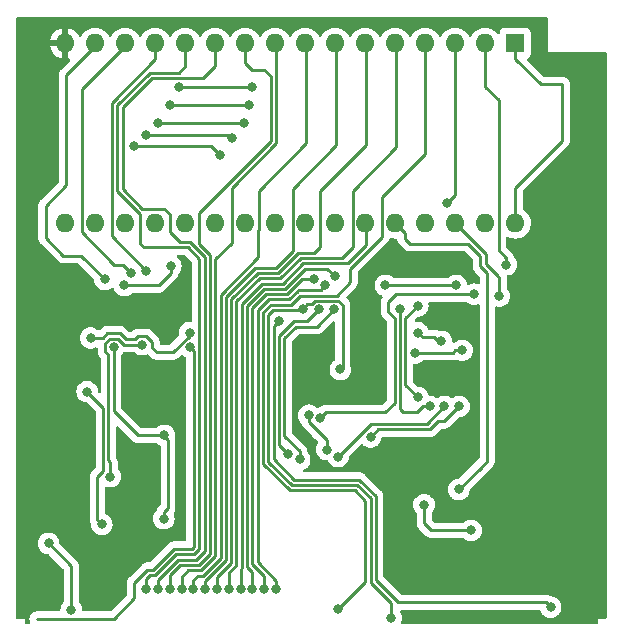
<source format=gbr>
G04 #@! TF.GenerationSoftware,KiCad,Pcbnew,(6.0.2)*
G04 #@! TF.CreationDate,2022-02-19T19:54:12+00:00*
G04 #@! TF.ProjectId,Gameboy 64KB Cart Discrete Logic Fixed Rev2,47616d65-626f-4792-9036-344b42204361,rev?*
G04 #@! TF.SameCoordinates,Original*
G04 #@! TF.FileFunction,Copper,L2,Bot*
G04 #@! TF.FilePolarity,Positive*
%FSLAX46Y46*%
G04 Gerber Fmt 4.6, Leading zero omitted, Abs format (unit mm)*
G04 Created by KiCad (PCBNEW (6.0.2)) date 2022-02-19 19:54:12*
%MOMM*%
%LPD*%
G01*
G04 APERTURE LIST*
G04 #@! TA.AperFunction,ComponentPad*
%ADD10R,1.600000X1.600000*%
G04 #@! TD*
G04 #@! TA.AperFunction,ComponentPad*
%ADD11O,1.600000X1.600000*%
G04 #@! TD*
G04 #@! TA.AperFunction,ViaPad*
%ADD12C,0.800000*%
G04 #@! TD*
G04 #@! TA.AperFunction,Conductor*
%ADD13C,0.250000*%
G04 #@! TD*
G04 APERTURE END LIST*
D10*
X162000000Y-51750000D03*
D11*
X159460000Y-51750000D03*
X156920000Y-51750000D03*
X154380000Y-51750000D03*
X151840000Y-51750000D03*
X149300000Y-51750000D03*
X146760000Y-51750000D03*
X144220000Y-51750000D03*
X141680000Y-51750000D03*
X139140000Y-51750000D03*
X136600000Y-51750000D03*
X134060000Y-51750000D03*
X131520000Y-51750000D03*
X128980000Y-51750000D03*
X126440000Y-51750000D03*
X123900000Y-51750000D03*
X123900000Y-66990000D03*
X126440000Y-66990000D03*
X128980000Y-66990000D03*
X131520000Y-66990000D03*
X134060000Y-66990000D03*
X136600000Y-66990000D03*
X139140000Y-66990000D03*
X141680000Y-66990000D03*
X144220000Y-66990000D03*
X146760000Y-66990000D03*
X149300000Y-66990000D03*
X151840000Y-66990000D03*
X154380000Y-66990000D03*
X156920000Y-66990000D03*
X159460000Y-66990000D03*
X162000000Y-66990000D03*
D12*
X130150000Y-83250000D03*
X151500000Y-70700000D03*
X127863600Y-98247200D03*
X130900000Y-83950000D03*
X134050000Y-71500000D03*
X164000000Y-69400000D03*
X132950000Y-81500000D03*
X164000000Y-70500000D03*
X126450000Y-98250000D03*
X162950000Y-69950000D03*
X126450000Y-97000000D03*
X153100000Y-86450000D03*
X127850000Y-97000000D03*
X152300000Y-85600000D03*
X152150000Y-69800000D03*
X133650000Y-82300000D03*
X134050000Y-72550000D03*
X161050000Y-84200000D03*
X161050000Y-83150000D03*
X143637000Y-78105000D03*
X153750000Y-76250000D03*
X155750000Y-77000000D03*
X134500000Y-77500000D03*
X142000000Y-75250000D03*
X165000000Y-99500000D03*
X149758400Y-85090000D03*
X157250000Y-82500000D03*
X157226000Y-89535000D03*
X144526000Y-83250000D03*
X146050000Y-86156800D03*
X158500000Y-73000000D03*
X127000000Y-92500000D03*
X145500000Y-83500000D03*
X125750000Y-81250000D03*
X132250000Y-92000000D03*
X154279600Y-90830400D03*
X128000000Y-77500000D03*
X132299990Y-84950010D03*
X158250000Y-93000000D03*
X143750000Y-87000000D03*
X146685000Y-74295000D03*
X142750000Y-86500000D03*
X145415000Y-74295000D03*
X127698500Y-88455500D03*
X130429000Y-77279500D03*
X156000000Y-82500000D03*
X147000000Y-86750000D03*
X157000000Y-72250000D03*
X151000000Y-72250000D03*
X126047500Y-76708000D03*
X134429500Y-76263500D03*
X128905000Y-72263000D03*
X132842000Y-70612000D03*
X153543000Y-77978000D03*
X157500000Y-77750000D03*
X130750000Y-71000000D03*
X129500000Y-71250000D03*
X127250000Y-71750000D03*
X137000000Y-61250000D03*
X129750000Y-60500000D03*
X138000000Y-59750000D03*
X130750000Y-59500000D03*
X139000000Y-58500000D03*
X131750000Y-58500000D03*
X154750000Y-82500000D03*
X152250000Y-74250000D03*
X156250000Y-65250000D03*
X153750000Y-74000000D03*
X153750000Y-81750000D03*
X161250000Y-70500000D03*
X160655000Y-73152000D03*
X147015200Y-99618800D03*
X137750000Y-98000000D03*
X136750000Y-98000000D03*
X135750000Y-98000000D03*
X134750000Y-98000000D03*
X133750000Y-98000000D03*
X145000000Y-71750000D03*
X140750000Y-98000000D03*
X132750000Y-98000000D03*
X124409200Y-99720400D03*
X122500000Y-94100000D03*
X131750000Y-98000000D03*
X145923000Y-72263000D03*
X141750000Y-98000000D03*
X130750000Y-98000000D03*
X146750000Y-71500000D03*
X139750000Y-98000000D03*
X138750000Y-98000000D03*
X139500000Y-57000000D03*
X132750000Y-57000000D03*
X139750000Y-55500000D03*
X133500000Y-55500000D03*
X151500000Y-100400000D03*
X144000000Y-74250000D03*
X147193000Y-79375000D03*
D13*
X134500000Y-77500000D02*
X134500000Y-77500000D01*
X155750000Y-77000000D02*
X155750000Y-77000000D01*
X134632028Y-94574752D02*
X134799943Y-94406837D01*
X130853609Y-96347981D02*
X131307989Y-96347981D01*
X166000000Y-60000000D02*
X166000000Y-55250000D01*
X165150000Y-55250000D02*
X166000000Y-55250000D01*
X133081218Y-94574752D02*
X134632028Y-94574752D01*
X155149999Y-76649999D02*
X155500000Y-77000000D01*
X134799943Y-77799943D02*
X134500000Y-77500000D01*
X162000000Y-67240000D02*
X162000000Y-64000000D01*
X134799943Y-94406837D02*
X134799943Y-77799943D01*
X154149999Y-76649999D02*
X155149999Y-76649999D01*
X164200000Y-55250000D02*
X165150000Y-55250000D01*
X131307989Y-96347981D02*
X133081218Y-94574752D01*
X164500000Y-61500000D02*
X166000000Y-60000000D01*
X128000000Y-100500000D02*
X129750000Y-98750000D01*
X162000000Y-53050000D02*
X164200000Y-55250000D01*
X155500000Y-77000000D02*
X155750000Y-77000000D01*
X129750000Y-97451590D02*
X130853609Y-96347981D01*
X121500000Y-100500000D02*
X128000000Y-100500000D01*
X162000000Y-52000000D02*
X162000000Y-53050000D01*
X162000000Y-64000000D02*
X164500000Y-61500000D01*
X129750000Y-98750000D02*
X129750000Y-97451590D01*
X153750000Y-76250000D02*
X154149999Y-76649999D01*
X142000000Y-75250000D02*
X142000000Y-75250000D01*
X148811410Y-88715010D02*
X150200009Y-90103609D01*
X141550090Y-75699910D02*
X141550090Y-85927600D01*
X164600001Y-99100001D02*
X165000000Y-99500000D01*
X142000000Y-75250000D02*
X141550090Y-75699910D01*
X143274210Y-88715010D02*
X148811410Y-88715010D01*
X150200010Y-97200010D02*
X152100001Y-99100001D01*
X152100001Y-99100001D02*
X164600001Y-99100001D01*
X150200009Y-90103609D02*
X150200010Y-97200010D01*
X141550088Y-85927602D02*
X141550088Y-86990888D01*
X141550088Y-86990888D02*
X143274210Y-88715010D01*
X141550090Y-85927600D02*
X141550088Y-85927602D01*
X157250000Y-82500000D02*
X157250000Y-82500000D01*
X149758400Y-85090000D02*
X149758400Y-85090000D01*
X150398390Y-84450010D02*
X149758400Y-85090000D01*
X155500000Y-83750000D02*
X156000000Y-83750000D01*
X154799990Y-84450010D02*
X155500000Y-83750000D01*
X156000000Y-83750000D02*
X157250000Y-82500000D01*
X154799990Y-84450010D02*
X150398390Y-84450010D01*
X152639999Y-68311999D02*
X153060400Y-68732400D01*
X151840000Y-66990000D02*
X152639999Y-67789999D01*
X159639000Y-87122000D02*
X159067500Y-87693500D01*
X159067500Y-87693500D02*
X157226000Y-89535000D01*
X159049990Y-69756400D02*
X159049990Y-70659400D01*
X158025990Y-68732400D02*
X159049990Y-69756400D01*
X153060400Y-68732400D02*
X158025990Y-68732400D01*
X152639999Y-67789999D02*
X152639999Y-68311999D01*
X159639000Y-71248410D02*
X159639000Y-87122000D01*
X159049990Y-70659400D02*
X159639000Y-71248410D01*
X144526000Y-83250000D02*
X144526000Y-83815685D01*
X144526000Y-83815685D02*
X145237200Y-84526885D01*
X145237200Y-84526885D02*
X145237200Y-84531200D01*
X145237200Y-84531200D02*
X146050000Y-85344000D01*
X146050000Y-85344000D02*
X146050000Y-86156800D01*
X125750000Y-81250000D02*
X125750000Y-81250000D01*
X127000000Y-92500000D02*
X127000000Y-92500000D01*
X145500000Y-83500000D02*
X146000000Y-83000000D01*
X151250000Y-73686400D02*
X151936400Y-73000000D01*
X151936400Y-73000000D02*
X158500000Y-73000000D01*
X127099980Y-82599980D02*
X127099980Y-87981018D01*
X126600001Y-88480997D02*
X126600001Y-92100001D01*
X151799990Y-82200010D02*
X151799990Y-75049990D01*
X126600001Y-92100001D02*
X127000000Y-92500000D01*
X151000000Y-83000000D02*
X151799990Y-82200010D01*
X151250000Y-74500000D02*
X151250000Y-73686400D01*
X127099980Y-87981018D02*
X126600001Y-88480997D01*
X146000000Y-83000000D02*
X151000000Y-83000000D01*
X151799990Y-75049990D02*
X151250000Y-74500000D01*
X125750000Y-81250000D02*
X127099980Y-82599980D01*
X128000000Y-77500000D02*
X128000000Y-77500000D01*
X131734305Y-84950010D02*
X131721315Y-84963000D01*
X131721315Y-84963000D02*
X130048000Y-84963000D01*
X132250000Y-92000000D02*
X132250000Y-91434315D01*
X132299990Y-84950010D02*
X131734305Y-84950010D01*
X132599934Y-85349934D02*
X132250000Y-85000000D01*
X132599934Y-91084381D02*
X132599934Y-85349934D01*
X128000000Y-82915000D02*
X128000000Y-80084335D01*
X154279600Y-92405200D02*
X154874400Y-93000000D01*
X128000000Y-80084335D02*
X128000000Y-77500000D01*
X154279600Y-90830400D02*
X154279600Y-92405200D01*
X132250000Y-91434315D02*
X132599934Y-91084381D01*
X154874400Y-93000000D02*
X158250000Y-93000000D01*
X130048000Y-84963000D02*
X128000000Y-82915000D01*
X146685000Y-74295000D02*
X146685000Y-74295000D01*
X146685000Y-74295000D02*
X145218990Y-75761010D01*
X143750000Y-86295200D02*
X143750000Y-87000000D01*
X142450110Y-84995310D02*
X143750000Y-86295200D01*
X142450110Y-76753300D02*
X142450110Y-84995310D01*
X143442400Y-75761010D02*
X142450110Y-76753300D01*
X145218990Y-75761010D02*
X143442400Y-75761010D01*
X145415000Y-74295000D02*
X145415000Y-74295000D01*
X142000100Y-78500000D02*
X142000100Y-78499900D01*
X144399000Y-75311000D02*
X145415000Y-74295000D01*
X142000100Y-78500000D02*
X142000100Y-76566900D01*
X142000100Y-85750100D02*
X142000100Y-78500000D01*
X142000100Y-76566900D02*
X143256000Y-75311000D01*
X143256000Y-75311000D02*
X144399000Y-75311000D01*
X142750000Y-86500000D02*
X142000100Y-85750100D01*
X127698500Y-88455500D02*
X127698500Y-88455500D01*
X127274999Y-77151999D02*
X127274999Y-77848001D01*
X128841500Y-77268498D02*
X130354498Y-77268498D01*
X127651999Y-76774999D02*
X128348001Y-76774999D01*
X127698500Y-87228520D02*
X127698500Y-88455500D01*
X127695001Y-76774999D02*
X127651999Y-76774999D01*
X128348001Y-76774999D02*
X128841500Y-77268498D01*
X127274999Y-77848001D02*
X127549990Y-78122992D01*
X127651999Y-76774999D02*
X127274999Y-77151999D01*
X127549990Y-83101400D02*
X127549990Y-87080010D01*
X127549990Y-87080010D02*
X127698500Y-87228520D01*
X127549990Y-78122992D02*
X127549990Y-83101400D01*
X156000000Y-82500000D02*
X156000000Y-82500000D01*
X154500000Y-84000000D02*
X156000000Y-82500000D01*
X149750000Y-84000000D02*
X154500000Y-84000000D01*
X147000000Y-86750000D02*
X147399999Y-86350001D01*
X147399999Y-86350001D02*
X148500000Y-85250000D01*
X148500000Y-85250000D02*
X149750000Y-84000000D01*
X134429500Y-76263500D02*
X134429500Y-76263500D01*
X131254500Y-77031998D02*
X131254500Y-77533500D01*
X131635500Y-77914500D02*
X133026002Y-77914500D01*
X133026002Y-77914500D02*
X134429500Y-76511002D01*
X129027900Y-76818488D02*
X129817010Y-76818488D01*
X127082588Y-76708000D02*
X127465599Y-76324989D01*
X151000000Y-72250000D02*
X157000000Y-72250000D01*
X131254500Y-77533500D02*
X131635500Y-77914500D01*
X129817010Y-76818488D02*
X130080999Y-76554499D01*
X126047500Y-76708000D02*
X127082588Y-76708000D01*
X128763911Y-76554499D02*
X129027900Y-76818488D01*
X134429500Y-76511002D02*
X134429500Y-76263500D01*
X130777001Y-76554499D02*
X131254500Y-77031998D01*
X127465599Y-76324989D02*
X128534401Y-76324989D01*
X130080999Y-76554499D02*
X130777001Y-76554499D01*
X128534401Y-76324989D02*
X128763911Y-76554499D01*
X153543000Y-77978000D02*
X153543000Y-77978000D01*
X132842000Y-70612000D02*
X132842000Y-70612000D01*
X132842000Y-71247000D02*
X132842000Y-70612000D01*
X157500000Y-77750000D02*
X156934315Y-77750000D01*
X131826000Y-72263000D02*
X132842000Y-71247000D01*
X129470685Y-72263000D02*
X131699000Y-72263000D01*
X128905000Y-72263000D02*
X129470685Y-72263000D01*
X156934315Y-77750000D02*
X156706315Y-77978000D01*
X131699000Y-72263000D02*
X131826000Y-72263000D01*
X156706315Y-77978000D02*
X153543000Y-77978000D01*
X130750000Y-71000000D02*
X130750000Y-71000000D01*
X127854999Y-56796371D02*
X127854999Y-68104999D01*
X127854999Y-68104999D02*
X130750000Y-71000000D01*
X131520000Y-53131370D02*
X127854999Y-56796371D01*
X131520000Y-52000000D02*
X131520000Y-53131370D01*
X129500000Y-71250000D02*
X129500000Y-71250000D01*
X128750000Y-70500000D02*
X129500000Y-71250000D01*
X125314999Y-67780001D02*
X128034998Y-70500000D01*
X128034998Y-70500000D02*
X128750000Y-70500000D01*
X128980000Y-52000000D02*
X125314999Y-55665001D01*
X125314999Y-55665001D02*
X125314999Y-67780001D01*
X127250000Y-71750000D02*
X127250000Y-71750000D01*
X124000000Y-63750000D02*
X122250000Y-65500000D01*
X122250000Y-65500000D02*
X122250000Y-68250000D01*
X126440000Y-52000000D02*
X124000000Y-54440000D01*
X124000000Y-54440000D02*
X124000000Y-63750000D01*
X125250000Y-69750000D02*
X127250000Y-71750000D01*
X123750000Y-69750000D02*
X125250000Y-69750000D01*
X122250000Y-68250000D02*
X123750000Y-69750000D01*
X129750000Y-60500000D02*
X136250000Y-60500000D01*
X136250000Y-60500000D02*
X137000000Y-61250000D01*
X137750000Y-59500000D02*
X138000000Y-59750000D01*
X130750000Y-59500000D02*
X137750000Y-59500000D01*
X131750000Y-58500000D02*
X139000000Y-58500000D01*
X152250000Y-74250000D02*
X152250000Y-74250000D01*
X152250000Y-74250000D02*
X152250000Y-74250000D01*
X154750000Y-82500000D02*
X154184315Y-82500000D01*
X152250000Y-82750000D02*
X152250000Y-74250000D01*
X154184315Y-82500000D02*
X153684315Y-83000000D01*
X153684315Y-83000000D02*
X152500000Y-83000000D01*
X152500000Y-83000000D02*
X152250000Y-82750000D01*
X153750000Y-74000000D02*
X153750000Y-74000000D01*
X152700010Y-80700010D02*
X153750000Y-81750000D01*
X152700010Y-75049990D02*
X153750000Y-74000000D01*
X156920000Y-64580000D02*
X156920000Y-51750000D01*
X152700010Y-80700010D02*
X152700010Y-75049990D01*
X156250000Y-65250000D02*
X156920000Y-64580000D01*
X159460000Y-55460000D02*
X159460000Y-51750000D01*
X161250000Y-69934315D02*
X160585001Y-69269316D01*
X161250000Y-70500000D02*
X161250000Y-69934315D01*
X160585001Y-69269316D02*
X160585001Y-56585001D01*
X160585001Y-56585001D02*
X159460000Y-55460000D01*
X160655000Y-73152000D02*
X160655000Y-73152000D01*
X159500000Y-69570000D02*
X159500000Y-70473000D01*
X160528000Y-71501000D02*
X160655000Y-71628000D01*
X159500000Y-70473000D02*
X160528000Y-71501000D01*
X160655000Y-71628000D02*
X160655000Y-73152000D01*
X156920000Y-66990000D02*
X159500000Y-69570000D01*
X147015200Y-99618800D02*
X147015200Y-99618800D01*
X149299990Y-97334010D02*
X149299990Y-90476410D01*
X150714999Y-68172781D02*
X150714999Y-64785001D01*
X154380000Y-61120000D02*
X154380000Y-52000000D01*
X148037751Y-70850029D02*
X150714999Y-68172781D01*
X146880011Y-73119989D02*
X148037751Y-71962249D01*
X150714999Y-64785001D02*
X154380000Y-61120000D01*
X143754860Y-73200010D02*
X143766790Y-73200010D01*
X141304806Y-73900064D02*
X143054806Y-73900064D01*
X143054806Y-73900064D02*
X143754860Y-73200010D01*
X147015200Y-99618800D02*
X149299990Y-97334010D01*
X140650070Y-74554800D02*
X141304806Y-73900064D01*
X142901410Y-89615028D02*
X140650069Y-87363689D01*
X143766790Y-73200010D02*
X143846811Y-73119989D01*
X140650069Y-87363689D02*
X140650070Y-74554800D01*
X148438608Y-89615028D02*
X142901410Y-89615028D01*
X148037751Y-71962249D02*
X148037751Y-70850029D01*
X143846811Y-73119989D02*
X146880011Y-73119989D01*
X149299990Y-90476410D02*
X148438608Y-89615028D01*
X151920000Y-60580000D02*
X148254999Y-64245001D01*
X137750000Y-96590400D02*
X137750000Y-98000000D01*
X151920000Y-52500000D02*
X151920000Y-60580000D01*
X148254999Y-68995001D02*
X147299990Y-69950010D01*
X143822810Y-69950010D02*
X142122801Y-71650019D01*
X138400020Y-73622800D02*
X138400019Y-95940381D01*
X142122801Y-71650019D02*
X140372800Y-71650020D01*
X140372800Y-71650020D02*
X138400020Y-73622800D01*
X148254999Y-64245001D02*
X148254999Y-68995001D01*
X138400019Y-95940381D02*
X137750000Y-96590400D01*
X147299990Y-69950010D02*
X143822810Y-69950010D01*
X149380000Y-52500000D02*
X149380000Y-60370000D01*
X140186400Y-71200010D02*
X137950010Y-73436400D01*
X137950010Y-95729990D02*
X136750000Y-96930000D01*
X145500000Y-69000000D02*
X145000000Y-69500000D01*
X145500000Y-64250000D02*
X145500000Y-69000000D01*
X143636410Y-69500000D02*
X141936400Y-71200010D01*
X136750000Y-96930000D02*
X136750000Y-98000000D01*
X141936400Y-71200010D02*
X140186400Y-71200010D01*
X137950010Y-73436400D02*
X137950010Y-95729990D01*
X149380000Y-60370000D02*
X145500000Y-64250000D01*
X145000000Y-69500000D02*
X143636410Y-69500000D01*
X146840000Y-52500000D02*
X146840000Y-60410000D01*
X135750000Y-97293590D02*
X135750000Y-98000000D01*
X141750000Y-70750000D02*
X140000000Y-70750000D01*
X137500000Y-73250000D02*
X137499999Y-95543591D01*
X137499999Y-95543591D02*
X135750000Y-97293590D01*
X143174999Y-69325001D02*
X141750000Y-70750000D01*
X140000000Y-70750000D02*
X137500000Y-73250000D01*
X143174999Y-64075001D02*
X143174999Y-69325001D01*
X146840000Y-60410000D02*
X143174999Y-64075001D01*
X140250000Y-69863590D02*
X137049991Y-73063599D01*
X135582380Y-96824800D02*
X135128000Y-96824800D01*
X144300000Y-52500000D02*
X144300000Y-60200000D01*
X134750000Y-97202800D02*
X134750000Y-98000000D01*
X140250000Y-67545002D02*
X140250000Y-69863590D01*
X140265001Y-64234999D02*
X140265001Y-67530001D01*
X140265001Y-67530001D02*
X140250000Y-67545002D01*
X137049990Y-95357190D02*
X135582380Y-96824800D01*
X144300000Y-60200000D02*
X140265001Y-64234999D01*
X137049991Y-73063599D02*
X137049990Y-95357190D01*
X135128000Y-96824800D02*
X134750000Y-97202800D01*
X133750000Y-96932800D02*
X133750000Y-98000000D01*
X141760000Y-52500000D02*
X141760000Y-60240000D01*
X136599982Y-70054418D02*
X136599981Y-95170789D01*
X141760000Y-60240000D02*
X138000000Y-64000000D01*
X134308010Y-96374790D02*
X133750000Y-96932800D01*
X138000000Y-68654400D02*
X136599982Y-70054418D01*
X135395980Y-96374790D02*
X134308010Y-96374790D01*
X136599981Y-95170789D02*
X135395980Y-96374790D01*
X138000000Y-64000000D02*
X138000000Y-68654400D01*
X145000000Y-71750000D02*
X145000000Y-71750000D01*
X139750050Y-74182000D02*
X139750050Y-95885660D01*
X145000000Y-71750000D02*
X143932050Y-71750000D01*
X139750050Y-95885660D02*
X140750000Y-96885610D01*
X142682004Y-73000046D02*
X140932004Y-73000046D01*
X143932050Y-71750000D02*
X142682004Y-73000046D01*
X140932004Y-73000046D02*
X139750050Y-74182000D01*
X140750000Y-96885610D02*
X140750000Y-98000000D01*
X139140000Y-52000000D02*
X139140000Y-53390000D01*
X139750000Y-54000000D02*
X140750000Y-54000000D01*
X136149973Y-69649973D02*
X136149972Y-94984388D01*
X135250000Y-68750000D02*
X136149973Y-69649973D01*
X141309990Y-54559990D02*
X141309990Y-60053600D01*
X139140000Y-53390000D02*
X139750000Y-54000000D01*
X132750000Y-96815200D02*
X132750000Y-98000000D01*
X135209580Y-95924780D02*
X133640420Y-95924780D01*
X136149972Y-94984388D02*
X135209580Y-95924780D01*
X140750000Y-54000000D02*
X141309990Y-54559990D01*
X135250000Y-66113590D02*
X135250000Y-68750000D01*
X141309990Y-60053600D02*
X135250000Y-66113590D01*
X133640420Y-95924780D02*
X132750000Y-96815200D01*
X124409200Y-99720400D02*
X124409200Y-96009200D01*
X124409200Y-96009200D02*
X122500000Y-94100000D01*
X128755019Y-64118609D02*
X130386410Y-65750000D01*
X130386410Y-65750000D02*
X132250000Y-65750000D01*
X133454019Y-95474771D02*
X131750000Y-97178790D01*
X135004830Y-95474770D02*
X133454019Y-95474771D01*
X135699963Y-69836374D02*
X135699962Y-94779638D01*
X132250000Y-65750000D02*
X132750000Y-66250000D01*
X135549990Y-54700010D02*
X131224180Y-54700010D01*
X136600000Y-52000000D02*
X136600000Y-53650000D01*
X128755019Y-57169171D02*
X128755019Y-64118609D01*
X132750000Y-66250000D02*
X132750000Y-67726000D01*
X132750000Y-67726000D02*
X133604000Y-68580000D01*
X131750000Y-97434315D02*
X131750000Y-98000000D01*
X131224180Y-54700010D02*
X128755019Y-57169171D01*
X133604000Y-68580000D02*
X134443590Y-68580000D01*
X136600000Y-53650000D02*
X135549990Y-54700010D01*
X131750000Y-97178790D02*
X131750000Y-97434315D01*
X131750000Y-97797905D02*
X131750000Y-98000000D01*
X134443590Y-68580000D02*
X135699963Y-69836374D01*
X135699962Y-94779638D02*
X135004830Y-95474770D01*
X145923000Y-72263000D02*
X145923000Y-72263000D01*
X140200060Y-77250000D02*
X140200060Y-74368400D01*
X140200060Y-80500000D02*
X140200060Y-77250000D01*
X141750000Y-97249200D02*
X140200059Y-95699259D01*
X140200059Y-95699259D02*
X140200059Y-85550451D01*
X143648481Y-72669979D02*
X145516021Y-72669979D01*
X142868405Y-73450055D02*
X143568460Y-72750000D01*
X140200060Y-81372800D02*
X140200060Y-80500000D01*
X140200059Y-85550451D02*
X140200059Y-85368400D01*
X140200060Y-85368400D02*
X140200060Y-81372800D01*
X140200060Y-74368400D02*
X141118404Y-73450056D01*
X141118404Y-73450056D02*
X142868405Y-73450055D01*
X141750000Y-98000000D02*
X141750000Y-97249200D01*
X145516021Y-72669979D02*
X145923000Y-72263000D01*
X143568460Y-72750000D02*
X143648481Y-72669979D01*
X130750000Y-97088000D02*
X130750000Y-98000000D01*
X130530010Y-69030010D02*
X134257190Y-69030010D01*
X131494390Y-96797990D02*
X131040010Y-96797990D01*
X133267618Y-95024762D02*
X131494390Y-96797990D01*
X134818428Y-95024762D02*
X133267618Y-95024762D01*
X134257190Y-69030010D02*
X135249953Y-70022773D01*
X135249953Y-94593237D02*
X134818428Y-95024762D01*
X133500000Y-54250000D02*
X131037780Y-54250000D01*
X135249953Y-70022773D02*
X135249953Y-94593237D01*
X131040010Y-96797990D02*
X130750000Y-97088000D01*
X128305009Y-56982771D02*
X128305009Y-64305009D01*
X130250000Y-68750000D02*
X130530010Y-69030010D01*
X128305009Y-64305009D02*
X130250000Y-66250000D01*
X131037780Y-54250000D02*
X128305009Y-56982771D01*
X130250000Y-66250000D02*
X130250000Y-68750000D01*
X134060000Y-53690000D02*
X133500000Y-54250000D01*
X134060000Y-52000000D02*
X134060000Y-53690000D01*
X146750000Y-71500000D02*
X146750000Y-71500000D01*
X139750000Y-98000000D02*
X139750000Y-96522020D01*
X139750000Y-96522020D02*
X139300041Y-96072061D01*
X139750000Y-97863590D02*
X139750000Y-98000000D01*
X139300041Y-85177653D02*
X139300039Y-85177651D01*
X142495603Y-72550037D02*
X140745602Y-72550038D01*
X144195610Y-70850030D02*
X142495603Y-72550037D01*
X146100030Y-70850030D02*
X144195610Y-70850030D01*
X146750000Y-71500000D02*
X146100030Y-70850030D01*
X139300040Y-73995600D02*
X139300039Y-85177651D01*
X140745602Y-72550038D02*
X139300040Y-73995600D01*
X139300041Y-96072061D02*
X139300041Y-85177653D01*
X140559202Y-72100028D02*
X138850030Y-73809200D01*
X149380000Y-67740000D02*
X149380000Y-68871370D01*
X147851350Y-70400020D02*
X144009210Y-70400020D01*
X138750000Y-96250800D02*
X138750000Y-98000000D01*
X149380000Y-68871370D02*
X147851350Y-70400020D01*
X138850030Y-96150770D02*
X138750000Y-96250800D01*
X144009210Y-70400020D02*
X142309202Y-72100028D01*
X142309202Y-72100028D02*
X140559202Y-72100028D01*
X138850030Y-73809200D02*
X138850030Y-96150770D01*
X132750000Y-57000000D02*
X139500000Y-57000000D01*
X139750000Y-55500000D02*
X133500000Y-55500000D01*
X144000000Y-74250000D02*
X144000000Y-74250000D01*
X147193000Y-79375000D02*
X147193000Y-79375000D01*
X143899926Y-74350074D02*
X144000000Y-74250000D01*
X149750000Y-90290010D02*
X148625010Y-89165020D01*
X151500000Y-99184315D02*
X151500000Y-100400000D01*
X151500000Y-99184315D02*
X149750000Y-97434315D01*
X147410001Y-79157999D02*
X147193000Y-79375000D01*
X148625010Y-89165020D02*
X143087809Y-89165019D01*
X141100080Y-85741200D02*
X141100080Y-74741200D01*
X144786997Y-73850001D02*
X145066999Y-73569999D01*
X141100078Y-87177288D02*
X141100078Y-85741202D01*
X149750000Y-97434315D02*
X149750000Y-90290010D01*
X151500000Y-100400000D02*
X151500000Y-100450000D01*
X141100080Y-74741200D02*
X141491206Y-74350074D01*
X141100078Y-85741202D02*
X141100080Y-85741200D01*
X144399999Y-73850001D02*
X144786997Y-73850001D01*
X147410001Y-73946999D02*
X147410001Y-79157999D01*
X145066999Y-73569999D02*
X147033001Y-73569999D01*
X141491206Y-74350074D02*
X143899926Y-74350074D01*
X147033001Y-73569999D02*
X147410001Y-73946999D01*
X143087809Y-89165019D02*
X141100078Y-87177288D01*
X144000000Y-74250000D02*
X144399999Y-73850001D01*
G04 #@! TA.AperFunction,Conductor*
G36*
X164684121Y-49528002D02*
G01*
X164730614Y-49581658D01*
X164742000Y-49634000D01*
X164742000Y-51446794D01*
X164740254Y-51467698D01*
X164736929Y-51487462D01*
X164736776Y-51500001D01*
X164737465Y-51504808D01*
X164737465Y-51504815D01*
X164739815Y-51521220D01*
X164740609Y-51528102D01*
X164749521Y-51629964D01*
X164750000Y-51640946D01*
X164750000Y-52500000D01*
X165609053Y-52500000D01*
X165620035Y-52500480D01*
X165703768Y-52507806D01*
X165713691Y-52509072D01*
X165732667Y-52512265D01*
X165732672Y-52512265D01*
X165737460Y-52513071D01*
X165743759Y-52513148D01*
X165745140Y-52513165D01*
X165745144Y-52513165D01*
X165749999Y-52513224D01*
X165777587Y-52509273D01*
X165795450Y-52508000D01*
X169616000Y-52508000D01*
X169684121Y-52528002D01*
X169730614Y-52581658D01*
X169742000Y-52634000D01*
X169742000Y-100366000D01*
X169721998Y-100434121D01*
X169668342Y-100480614D01*
X169616000Y-100492000D01*
X169508702Y-100492000D01*
X169507932Y-100491998D01*
X169507078Y-100491993D01*
X169430348Y-100491524D01*
X169421721Y-100493990D01*
X169421719Y-100493990D01*
X169417665Y-100495149D01*
X169383039Y-100500000D01*
X169000000Y-100500000D01*
X169000000Y-100824000D01*
X168979998Y-100892121D01*
X168926342Y-100938614D01*
X168874000Y-100950000D01*
X152448346Y-100950000D01*
X152380225Y-100929998D01*
X152333732Y-100876342D01*
X152323628Y-100806068D01*
X152332642Y-100774820D01*
X152334527Y-100771556D01*
X152351855Y-100718228D01*
X152391502Y-100596206D01*
X152393542Y-100589928D01*
X152398659Y-100541248D01*
X152412814Y-100406565D01*
X152413504Y-100400000D01*
X152409942Y-100366109D01*
X152394232Y-100216635D01*
X152394232Y-100216633D01*
X152393542Y-100210072D01*
X152334527Y-100028444D01*
X152308908Y-99984071D01*
X152273361Y-99922501D01*
X152256623Y-99853505D01*
X152279844Y-99786414D01*
X152335651Y-99742527D01*
X152382480Y-99733501D01*
X164029072Y-99733501D01*
X164097193Y-99753503D01*
X164143686Y-99807159D01*
X164148905Y-99820564D01*
X164165473Y-99871556D01*
X164260960Y-100036944D01*
X164265378Y-100041851D01*
X164265379Y-100041852D01*
X164372347Y-100160652D01*
X164388747Y-100178866D01*
X164543248Y-100291118D01*
X164549276Y-100293802D01*
X164549278Y-100293803D01*
X164711681Y-100366109D01*
X164717712Y-100368794D01*
X164811113Y-100388647D01*
X164898056Y-100407128D01*
X164898061Y-100407128D01*
X164904513Y-100408500D01*
X165095487Y-100408500D01*
X165101939Y-100407128D01*
X165101944Y-100407128D01*
X165188887Y-100388647D01*
X165282288Y-100368794D01*
X165288319Y-100366109D01*
X165450722Y-100293803D01*
X165450724Y-100293802D01*
X165456752Y-100291118D01*
X165611253Y-100178866D01*
X165627653Y-100160652D01*
X165734621Y-100041852D01*
X165734622Y-100041851D01*
X165739040Y-100036944D01*
X165834527Y-99871556D01*
X165893542Y-99689928D01*
X165913504Y-99500000D01*
X165893542Y-99310072D01*
X165834527Y-99128444D01*
X165819368Y-99102187D01*
X165751744Y-98985060D01*
X165739040Y-98963056D01*
X165663006Y-98878611D01*
X165615675Y-98826045D01*
X165615674Y-98826044D01*
X165611253Y-98821134D01*
X165456752Y-98708882D01*
X165450724Y-98706198D01*
X165450722Y-98706197D01*
X165288319Y-98633891D01*
X165288318Y-98633891D01*
X165282288Y-98631206D01*
X165188888Y-98611353D01*
X165101944Y-98592872D01*
X165101939Y-98592872D01*
X165095487Y-98591500D01*
X165022381Y-98591500D01*
X164961670Y-98575909D01*
X164957560Y-98573649D01*
X164941048Y-98562802D01*
X164940584Y-98562442D01*
X164925042Y-98550387D01*
X164917773Y-98547242D01*
X164917769Y-98547239D01*
X164884464Y-98532827D01*
X164873814Y-98527610D01*
X164835061Y-98506306D01*
X164815438Y-98501268D01*
X164796735Y-98494864D01*
X164785421Y-98489968D01*
X164785420Y-98489968D01*
X164778146Y-98486820D01*
X164770323Y-98485581D01*
X164770313Y-98485578D01*
X164734477Y-98479902D01*
X164722857Y-98477496D01*
X164687712Y-98468473D01*
X164687711Y-98468473D01*
X164680031Y-98466501D01*
X164659777Y-98466501D01*
X164640066Y-98464950D01*
X164627887Y-98463021D01*
X164620058Y-98461781D01*
X164612166Y-98462527D01*
X164576040Y-98465942D01*
X164564182Y-98466501D01*
X152414595Y-98466501D01*
X152346474Y-98446499D01*
X152325500Y-98429596D01*
X150870415Y-96974510D01*
X150836389Y-96912198D01*
X150833510Y-96885415D01*
X150833509Y-90830400D01*
X153366096Y-90830400D01*
X153366786Y-90836965D01*
X153377859Y-90942315D01*
X153386058Y-91020328D01*
X153445073Y-91201956D01*
X153448376Y-91207678D01*
X153448377Y-91207679D01*
X153480043Y-91262526D01*
X153540560Y-91367344D01*
X153613737Y-91448615D01*
X153644453Y-91512621D01*
X153646100Y-91532924D01*
X153646100Y-92326433D01*
X153645573Y-92337616D01*
X153643898Y-92345109D01*
X153644147Y-92353035D01*
X153644147Y-92353036D01*
X153646038Y-92413186D01*
X153646100Y-92417145D01*
X153646100Y-92445056D01*
X153646597Y-92448990D01*
X153646597Y-92448991D01*
X153646605Y-92449056D01*
X153647538Y-92460893D01*
X153648927Y-92505089D01*
X153654578Y-92524539D01*
X153658587Y-92543900D01*
X153661126Y-92563997D01*
X153664045Y-92571368D01*
X153664045Y-92571370D01*
X153677404Y-92605112D01*
X153681249Y-92616342D01*
X153693582Y-92658793D01*
X153697615Y-92665612D01*
X153697617Y-92665617D01*
X153703893Y-92676228D01*
X153712588Y-92693976D01*
X153720048Y-92712817D01*
X153724710Y-92719233D01*
X153724710Y-92719234D01*
X153746036Y-92748587D01*
X153752552Y-92758507D01*
X153775058Y-92796562D01*
X153789379Y-92810883D01*
X153802219Y-92825916D01*
X153814128Y-92842307D01*
X153820234Y-92847358D01*
X153848205Y-92870498D01*
X153856984Y-92878488D01*
X154370743Y-93392247D01*
X154378287Y-93400537D01*
X154382400Y-93407018D01*
X154388177Y-93412443D01*
X154432067Y-93453658D01*
X154434909Y-93456413D01*
X154454630Y-93476134D01*
X154457825Y-93478612D01*
X154466847Y-93486318D01*
X154499079Y-93516586D01*
X154506028Y-93520406D01*
X154516832Y-93526346D01*
X154533356Y-93537199D01*
X154549359Y-93549613D01*
X154589943Y-93567176D01*
X154600573Y-93572383D01*
X154639340Y-93593695D01*
X154647017Y-93595666D01*
X154647022Y-93595668D01*
X154658958Y-93598732D01*
X154677666Y-93605137D01*
X154696255Y-93613181D01*
X154704083Y-93614421D01*
X154704090Y-93614423D01*
X154739924Y-93620099D01*
X154751544Y-93622505D01*
X154786689Y-93631528D01*
X154794370Y-93633500D01*
X154814624Y-93633500D01*
X154834334Y-93635051D01*
X154854343Y-93638220D01*
X154862235Y-93637474D01*
X154898361Y-93634059D01*
X154910219Y-93633500D01*
X157541800Y-93633500D01*
X157609921Y-93653502D01*
X157629147Y-93669843D01*
X157629420Y-93669540D01*
X157634332Y-93673963D01*
X157638747Y-93678866D01*
X157660329Y-93694546D01*
X157715636Y-93734729D01*
X157793248Y-93791118D01*
X157799276Y-93793802D01*
X157799278Y-93793803D01*
X157847454Y-93815252D01*
X157967712Y-93868794D01*
X158061113Y-93888647D01*
X158148056Y-93907128D01*
X158148061Y-93907128D01*
X158154513Y-93908500D01*
X158345487Y-93908500D01*
X158351939Y-93907128D01*
X158351944Y-93907128D01*
X158438887Y-93888647D01*
X158532288Y-93868794D01*
X158652546Y-93815252D01*
X158700722Y-93793803D01*
X158700724Y-93793802D01*
X158706752Y-93791118D01*
X158861253Y-93678866D01*
X158897851Y-93638220D01*
X158984621Y-93541852D01*
X158984622Y-93541851D01*
X158989040Y-93536944D01*
X159063197Y-93408500D01*
X159081223Y-93377279D01*
X159081224Y-93377278D01*
X159084527Y-93371556D01*
X159143542Y-93189928D01*
X159163504Y-93000000D01*
X159145609Y-92829736D01*
X159144232Y-92816635D01*
X159144232Y-92816633D01*
X159143542Y-92810072D01*
X159084527Y-92628444D01*
X158989040Y-92463056D01*
X158981751Y-92454960D01*
X158865675Y-92326045D01*
X158865674Y-92326044D01*
X158861253Y-92321134D01*
X158706752Y-92208882D01*
X158700724Y-92206198D01*
X158700722Y-92206197D01*
X158538319Y-92133891D01*
X158538318Y-92133891D01*
X158532288Y-92131206D01*
X158423052Y-92107987D01*
X158351944Y-92092872D01*
X158351939Y-92092872D01*
X158345487Y-92091500D01*
X158154513Y-92091500D01*
X158148061Y-92092872D01*
X158148056Y-92092872D01*
X158076948Y-92107987D01*
X157967712Y-92131206D01*
X157961682Y-92133891D01*
X157961681Y-92133891D01*
X157799278Y-92206197D01*
X157799276Y-92206198D01*
X157793248Y-92208882D01*
X157638747Y-92321134D01*
X157634332Y-92326037D01*
X157629420Y-92330460D01*
X157628295Y-92329211D01*
X157574986Y-92362051D01*
X157541800Y-92366500D01*
X155188995Y-92366500D01*
X155120874Y-92346498D01*
X155099900Y-92329595D01*
X154950005Y-92179700D01*
X154915979Y-92117388D01*
X154913100Y-92090605D01*
X154913100Y-91532924D01*
X154933102Y-91464803D01*
X154945458Y-91448621D01*
X155018640Y-91367344D01*
X155079157Y-91262526D01*
X155110823Y-91207679D01*
X155110824Y-91207678D01*
X155114127Y-91201956D01*
X155173142Y-91020328D01*
X155181342Y-90942315D01*
X155192414Y-90836965D01*
X155193104Y-90830400D01*
X155183478Y-90738815D01*
X155173832Y-90647035D01*
X155173832Y-90647033D01*
X155173142Y-90640472D01*
X155114127Y-90458844D01*
X155018640Y-90293456D01*
X154959892Y-90228209D01*
X154895275Y-90156445D01*
X154895274Y-90156444D01*
X154890853Y-90151534D01*
X154764542Y-90059763D01*
X154741694Y-90043163D01*
X154741693Y-90043162D01*
X154736352Y-90039282D01*
X154730324Y-90036598D01*
X154730322Y-90036597D01*
X154567919Y-89964291D01*
X154567918Y-89964291D01*
X154561888Y-89961606D01*
X154448197Y-89937440D01*
X154381544Y-89923272D01*
X154381539Y-89923272D01*
X154375087Y-89921900D01*
X154184113Y-89921900D01*
X154177661Y-89923272D01*
X154177656Y-89923272D01*
X154111003Y-89937440D01*
X153997312Y-89961606D01*
X153991282Y-89964291D01*
X153991281Y-89964291D01*
X153828878Y-90036597D01*
X153828876Y-90036598D01*
X153822848Y-90039282D01*
X153817507Y-90043162D01*
X153817506Y-90043163D01*
X153794658Y-90059763D01*
X153668347Y-90151534D01*
X153663926Y-90156444D01*
X153663925Y-90156445D01*
X153599309Y-90228209D01*
X153540560Y-90293456D01*
X153445073Y-90458844D01*
X153386058Y-90640472D01*
X153385368Y-90647033D01*
X153385368Y-90647035D01*
X153375722Y-90738815D01*
X153366096Y-90830400D01*
X150833509Y-90830400D01*
X150833509Y-90182377D01*
X150834036Y-90171194D01*
X150835711Y-90163701D01*
X150835351Y-90152230D01*
X150833571Y-90095611D01*
X150833509Y-90091653D01*
X150833509Y-90063753D01*
X150833005Y-90059762D01*
X150832072Y-90047920D01*
X150831430Y-90027472D01*
X150830683Y-90003720D01*
X150825030Y-89984261D01*
X150821021Y-89964902D01*
X150820855Y-89963592D01*
X150818483Y-89944812D01*
X150815567Y-89937446D01*
X150815565Y-89937440D01*
X150802209Y-89903707D01*
X150798364Y-89892477D01*
X150788239Y-89857626D01*
X150788239Y-89857625D01*
X150786028Y-89850016D01*
X150775714Y-89832575D01*
X150767017Y-89814822D01*
X150762481Y-89803367D01*
X150759561Y-89795992D01*
X150733572Y-89760221D01*
X150727056Y-89750301D01*
X150715763Y-89731206D01*
X150704551Y-89712247D01*
X150690230Y-89697926D01*
X150677389Y-89682892D01*
X150670140Y-89672915D01*
X150665481Y-89666502D01*
X150631404Y-89638311D01*
X150622625Y-89630321D01*
X149315062Y-88322757D01*
X149307522Y-88314471D01*
X149303410Y-88307992D01*
X149253758Y-88261366D01*
X149250917Y-88258612D01*
X149231180Y-88238875D01*
X149227983Y-88236395D01*
X149218961Y-88228690D01*
X149192510Y-88203851D01*
X149186731Y-88198424D01*
X149179785Y-88194605D01*
X149179782Y-88194603D01*
X149168976Y-88188662D01*
X149152457Y-88177811D01*
X149151993Y-88177451D01*
X149136451Y-88165396D01*
X149129182Y-88162251D01*
X149129178Y-88162248D01*
X149095873Y-88147836D01*
X149085223Y-88142619D01*
X149046470Y-88121315D01*
X149026847Y-88116277D01*
X149008144Y-88109873D01*
X148996830Y-88104977D01*
X148996829Y-88104977D01*
X148989555Y-88101829D01*
X148981732Y-88100590D01*
X148981722Y-88100587D01*
X148945886Y-88094911D01*
X148934266Y-88092505D01*
X148899121Y-88083482D01*
X148899120Y-88083482D01*
X148891440Y-88081510D01*
X148871186Y-88081510D01*
X148851475Y-88079959D01*
X148839296Y-88078030D01*
X148831467Y-88076790D01*
X148823575Y-88077536D01*
X148787449Y-88080951D01*
X148775591Y-88081510D01*
X144147305Y-88081510D01*
X144079184Y-88061508D01*
X144032691Y-88007852D01*
X144022587Y-87937578D01*
X144052081Y-87872998D01*
X144096056Y-87840403D01*
X144200722Y-87793803D01*
X144200724Y-87793802D01*
X144206752Y-87791118D01*
X144361253Y-87678866D01*
X144415342Y-87618794D01*
X144484621Y-87541852D01*
X144484622Y-87541851D01*
X144489040Y-87536944D01*
X144584527Y-87371556D01*
X144643542Y-87189928D01*
X144646471Y-87162065D01*
X144662814Y-87006565D01*
X144663504Y-87000000D01*
X144657170Y-86939733D01*
X144644232Y-86816635D01*
X144644232Y-86816633D01*
X144643542Y-86810072D01*
X144584527Y-86628444D01*
X144489040Y-86463056D01*
X144416327Y-86382300D01*
X144385609Y-86318293D01*
X144384025Y-86301947D01*
X144383562Y-86287212D01*
X144383500Y-86283255D01*
X144383500Y-86255344D01*
X144382995Y-86251344D01*
X144382062Y-86239501D01*
X144380922Y-86203230D01*
X144380673Y-86195311D01*
X144375021Y-86175857D01*
X144371013Y-86156500D01*
X144369468Y-86144270D01*
X144369468Y-86144269D01*
X144368474Y-86136403D01*
X144365555Y-86129030D01*
X144352196Y-86095288D01*
X144348351Y-86084058D01*
X144338229Y-86049217D01*
X144338229Y-86049216D01*
X144336018Y-86041607D01*
X144331985Y-86034788D01*
X144331983Y-86034783D01*
X144325707Y-86024172D01*
X144317012Y-86006424D01*
X144309552Y-85987583D01*
X144283564Y-85951813D01*
X144277048Y-85941893D01*
X144258580Y-85910665D01*
X144258578Y-85910662D01*
X144254542Y-85903838D01*
X144240221Y-85889517D01*
X144227380Y-85874483D01*
X144220131Y-85864506D01*
X144215472Y-85858093D01*
X144181395Y-85829902D01*
X144172616Y-85821912D01*
X143120515Y-84769810D01*
X143086489Y-84707498D01*
X143083610Y-84680715D01*
X143083610Y-77067895D01*
X143103612Y-76999774D01*
X143120515Y-76978799D01*
X143667901Y-76431414D01*
X143730213Y-76397389D01*
X143756996Y-76394510D01*
X145140223Y-76394510D01*
X145151406Y-76395037D01*
X145158899Y-76396712D01*
X145166825Y-76396463D01*
X145166826Y-76396463D01*
X145226976Y-76394572D01*
X145230935Y-76394510D01*
X145258846Y-76394510D01*
X145262781Y-76394013D01*
X145262846Y-76394005D01*
X145274683Y-76393072D01*
X145306941Y-76392058D01*
X145310960Y-76391932D01*
X145318879Y-76391683D01*
X145338333Y-76386031D01*
X145357690Y-76382023D01*
X145369920Y-76380478D01*
X145369921Y-76380478D01*
X145377787Y-76379484D01*
X145385158Y-76376565D01*
X145385160Y-76376565D01*
X145418902Y-76363206D01*
X145430132Y-76359361D01*
X145464973Y-76349239D01*
X145464974Y-76349239D01*
X145472583Y-76347028D01*
X145479402Y-76342995D01*
X145479407Y-76342993D01*
X145490018Y-76336717D01*
X145507766Y-76328022D01*
X145526607Y-76320562D01*
X145562377Y-76294574D01*
X145572297Y-76288058D01*
X145603525Y-76269590D01*
X145603528Y-76269588D01*
X145610352Y-76265552D01*
X145624673Y-76251231D01*
X145639707Y-76238390D01*
X145649684Y-76231141D01*
X145656097Y-76226482D01*
X145684288Y-76192405D01*
X145692278Y-76183626D01*
X146561406Y-75314498D01*
X146623718Y-75280472D01*
X146694533Y-75285537D01*
X146751369Y-75328084D01*
X146776180Y-75394604D01*
X146776501Y-75403593D01*
X146776501Y-78490436D01*
X146756499Y-78558557D01*
X146724562Y-78592372D01*
X146653688Y-78643865D01*
X146581747Y-78696134D01*
X146453960Y-78838056D01*
X146358473Y-79003444D01*
X146299458Y-79185072D01*
X146279496Y-79375000D01*
X146299458Y-79564928D01*
X146358473Y-79746556D01*
X146453960Y-79911944D01*
X146581747Y-80053866D01*
X146736248Y-80166118D01*
X146742276Y-80168802D01*
X146742278Y-80168803D01*
X146904681Y-80241109D01*
X146910712Y-80243794D01*
X147004113Y-80263647D01*
X147091056Y-80282128D01*
X147091061Y-80282128D01*
X147097513Y-80283500D01*
X147288487Y-80283500D01*
X147294939Y-80282128D01*
X147294944Y-80282128D01*
X147381887Y-80263647D01*
X147475288Y-80243794D01*
X147481319Y-80241109D01*
X147643722Y-80168803D01*
X147643724Y-80168802D01*
X147649752Y-80166118D01*
X147804253Y-80053866D01*
X147932040Y-79911944D01*
X148027527Y-79746556D01*
X148086542Y-79564928D01*
X148106504Y-79375000D01*
X148086542Y-79185072D01*
X148049668Y-79071587D01*
X148043501Y-79032650D01*
X148043501Y-74025767D01*
X148044028Y-74014584D01*
X148045703Y-74007091D01*
X148043563Y-73939000D01*
X148043501Y-73935043D01*
X148043501Y-73907143D01*
X148042997Y-73903152D01*
X148042064Y-73891310D01*
X148041357Y-73868794D01*
X148040675Y-73847110D01*
X148035022Y-73827651D01*
X148031013Y-73808292D01*
X148029768Y-73798438D01*
X148028475Y-73788202D01*
X148025559Y-73780836D01*
X148025557Y-73780830D01*
X148012201Y-73747097D01*
X148008356Y-73735867D01*
X147998231Y-73701016D01*
X147998231Y-73701015D01*
X147996020Y-73693406D01*
X147989715Y-73682745D01*
X147985706Y-73675965D01*
X147977009Y-73658212D01*
X147972473Y-73646757D01*
X147969553Y-73639382D01*
X147943564Y-73603611D01*
X147937048Y-73593691D01*
X147919219Y-73563544D01*
X147914543Y-73555637D01*
X147908939Y-73550032D01*
X147900221Y-73541314D01*
X147887380Y-73526280D01*
X147880132Y-73516304D01*
X147880131Y-73516303D01*
X147875473Y-73509892D01*
X147841402Y-73481706D01*
X147832623Y-73473717D01*
X147716500Y-73357594D01*
X147682474Y-73295282D01*
X147687539Y-73224467D01*
X147716500Y-73179404D01*
X148429998Y-72465906D01*
X148438288Y-72458362D01*
X148444769Y-72454249D01*
X148491410Y-72404581D01*
X148494164Y-72401740D01*
X148513886Y-72382018D01*
X148516363Y-72378825D01*
X148524068Y-72369804D01*
X148548910Y-72343349D01*
X148554337Y-72337570D01*
X148558158Y-72330620D01*
X148564097Y-72319817D01*
X148574953Y-72303290D01*
X148582508Y-72293551D01*
X148582509Y-72293549D01*
X148587365Y-72287289D01*
X148604925Y-72246709D01*
X148610142Y-72236061D01*
X148627626Y-72204258D01*
X148627627Y-72204256D01*
X148631446Y-72197309D01*
X148636484Y-72177686D01*
X148642888Y-72158983D01*
X148647784Y-72147669D01*
X148647784Y-72147668D01*
X148650932Y-72140394D01*
X148652171Y-72132571D01*
X148652174Y-72132561D01*
X148657850Y-72096725D01*
X148660256Y-72085105D01*
X148669279Y-72049960D01*
X148669279Y-72049959D01*
X148671251Y-72042279D01*
X148671251Y-72022025D01*
X148672802Y-72002314D01*
X148674731Y-71990135D01*
X148675971Y-71982306D01*
X148671810Y-71938287D01*
X148671251Y-71926430D01*
X148671251Y-71164623D01*
X148691253Y-71096502D01*
X148708156Y-71075528D01*
X151107246Y-68676438D01*
X151115536Y-68668894D01*
X151122017Y-68664781D01*
X151168658Y-68615113D01*
X151171412Y-68612272D01*
X151191133Y-68592551D01*
X151193611Y-68589356D01*
X151201317Y-68580334D01*
X151207194Y-68574076D01*
X151231585Y-68548102D01*
X151241345Y-68530349D01*
X151252198Y-68513826D01*
X151259752Y-68504087D01*
X151264612Y-68497822D01*
X151282175Y-68457238D01*
X151287382Y-68446608D01*
X151308694Y-68407841D01*
X151310665Y-68400164D01*
X151310667Y-68400159D01*
X151313731Y-68388223D01*
X151320137Y-68369511D01*
X151320212Y-68369339D01*
X151324863Y-68358592D01*
X151325034Y-68358197D01*
X151325035Y-68358193D01*
X151328180Y-68350926D01*
X151329419Y-68343100D01*
X151331451Y-68336107D01*
X151369663Y-68276271D01*
X151434159Y-68246593D01*
X151485057Y-68249552D01*
X151611913Y-68283543D01*
X151840000Y-68303498D01*
X151845475Y-68303019D01*
X151845477Y-68303019D01*
X151874023Y-68300522D01*
X151943628Y-68314512D01*
X151994620Y-68363912D01*
X152009122Y-68405388D01*
X152009326Y-68411888D01*
X152014269Y-68428900D01*
X152014977Y-68431338D01*
X152018986Y-68450699D01*
X152021525Y-68470796D01*
X152024444Y-68478167D01*
X152024444Y-68478169D01*
X152037803Y-68511911D01*
X152041648Y-68523141D01*
X152046881Y-68541153D01*
X152053981Y-68565592D01*
X152058014Y-68572411D01*
X152058016Y-68572416D01*
X152064292Y-68583027D01*
X152072987Y-68600775D01*
X152080447Y-68619616D01*
X152085109Y-68626032D01*
X152085109Y-68626033D01*
X152106435Y-68655386D01*
X152112951Y-68665306D01*
X152135457Y-68703361D01*
X152141063Y-68708968D01*
X152149779Y-68717684D01*
X152162620Y-68732718D01*
X152169445Y-68742111D01*
X152174527Y-68749106D01*
X152180634Y-68754158D01*
X152208592Y-68777287D01*
X152217373Y-68785277D01*
X152556754Y-69124659D01*
X152564287Y-69132937D01*
X152568400Y-69139418D01*
X152574179Y-69144845D01*
X152574181Y-69144847D01*
X152618035Y-69186027D01*
X152620879Y-69188783D01*
X152640630Y-69208535D01*
X152643827Y-69211015D01*
X152652847Y-69218718D01*
X152685079Y-69248986D01*
X152692025Y-69252805D01*
X152692028Y-69252807D01*
X152702834Y-69258748D01*
X152719353Y-69269599D01*
X152735359Y-69282014D01*
X152742628Y-69285159D01*
X152742632Y-69285162D01*
X152775937Y-69299574D01*
X152786587Y-69304791D01*
X152825340Y-69326095D01*
X152833015Y-69328066D01*
X152833016Y-69328066D01*
X152844962Y-69331133D01*
X152863667Y-69337537D01*
X152882255Y-69345581D01*
X152890078Y-69346820D01*
X152890088Y-69346823D01*
X152925924Y-69352499D01*
X152937544Y-69354905D01*
X152972689Y-69363928D01*
X152980370Y-69365900D01*
X153000624Y-69365900D01*
X153020334Y-69367451D01*
X153040343Y-69370620D01*
X153048235Y-69369874D01*
X153084361Y-69366459D01*
X153096219Y-69365900D01*
X157711396Y-69365900D01*
X157779517Y-69385902D01*
X157800491Y-69402805D01*
X158379585Y-69981899D01*
X158413611Y-70044211D01*
X158416490Y-70070994D01*
X158416490Y-70580633D01*
X158415963Y-70591816D01*
X158414288Y-70599309D01*
X158414537Y-70607235D01*
X158414537Y-70607236D01*
X158416428Y-70667386D01*
X158416490Y-70671345D01*
X158416490Y-70699256D01*
X158416987Y-70703190D01*
X158416987Y-70703191D01*
X158416995Y-70703256D01*
X158417928Y-70715093D01*
X158419317Y-70759289D01*
X158424968Y-70778739D01*
X158428977Y-70798100D01*
X158430490Y-70810072D01*
X158431516Y-70818197D01*
X158434435Y-70825568D01*
X158434435Y-70825570D01*
X158447794Y-70859312D01*
X158451639Y-70870542D01*
X158463972Y-70912993D01*
X158468005Y-70919812D01*
X158468007Y-70919817D01*
X158474283Y-70930428D01*
X158482978Y-70948176D01*
X158490438Y-70967017D01*
X158495100Y-70973433D01*
X158495100Y-70973434D01*
X158516426Y-71002787D01*
X158522942Y-71012707D01*
X158540179Y-71041852D01*
X158545448Y-71050762D01*
X158559769Y-71065083D01*
X158572609Y-71080116D01*
X158584518Y-71096507D01*
X158616403Y-71122884D01*
X158618583Y-71124688D01*
X158627364Y-71132678D01*
X158968596Y-71473911D01*
X159002621Y-71536223D01*
X159005500Y-71563006D01*
X159005500Y-72036563D01*
X158985498Y-72104684D01*
X158931842Y-72151177D01*
X158861568Y-72161281D01*
X158828251Y-72151670D01*
X158788319Y-72133891D01*
X158788318Y-72133891D01*
X158782288Y-72131206D01*
X158688888Y-72111353D01*
X158601944Y-72092872D01*
X158601939Y-72092872D01*
X158595487Y-72091500D01*
X158404513Y-72091500D01*
X158398061Y-72092872D01*
X158398056Y-72092872D01*
X158311112Y-72111353D01*
X158217712Y-72131206D01*
X158211685Y-72133889D01*
X158211677Y-72133892D01*
X158073606Y-72195365D01*
X158003239Y-72204799D01*
X157938942Y-72174692D01*
X157901129Y-72114603D01*
X157897048Y-72093429D01*
X157894232Y-72066635D01*
X157894232Y-72066633D01*
X157893542Y-72060072D01*
X157834527Y-71878444D01*
X157739040Y-71713056D01*
X157733378Y-71706767D01*
X157615675Y-71576045D01*
X157615674Y-71576044D01*
X157611253Y-71571134D01*
X157470958Y-71469203D01*
X157462094Y-71462763D01*
X157462093Y-71462762D01*
X157456752Y-71458882D01*
X157450724Y-71456198D01*
X157450722Y-71456197D01*
X157288319Y-71383891D01*
X157288318Y-71383891D01*
X157282288Y-71381206D01*
X157188888Y-71361353D01*
X157101944Y-71342872D01*
X157101939Y-71342872D01*
X157095487Y-71341500D01*
X156904513Y-71341500D01*
X156898061Y-71342872D01*
X156898056Y-71342872D01*
X156811112Y-71361353D01*
X156717712Y-71381206D01*
X156711682Y-71383891D01*
X156711681Y-71383891D01*
X156549278Y-71456197D01*
X156549276Y-71456198D01*
X156543248Y-71458882D01*
X156537907Y-71462762D01*
X156537906Y-71462763D01*
X156529042Y-71469203D01*
X156388747Y-71571134D01*
X156384332Y-71576037D01*
X156379420Y-71580460D01*
X156378295Y-71579211D01*
X156324986Y-71612051D01*
X156291800Y-71616500D01*
X151708200Y-71616500D01*
X151640079Y-71596498D01*
X151620853Y-71580157D01*
X151620580Y-71580460D01*
X151615668Y-71576037D01*
X151611253Y-71571134D01*
X151470958Y-71469203D01*
X151462094Y-71462763D01*
X151462093Y-71462762D01*
X151456752Y-71458882D01*
X151450724Y-71456198D01*
X151450722Y-71456197D01*
X151288319Y-71383891D01*
X151288318Y-71383891D01*
X151282288Y-71381206D01*
X151188888Y-71361353D01*
X151101944Y-71342872D01*
X151101939Y-71342872D01*
X151095487Y-71341500D01*
X150904513Y-71341500D01*
X150898061Y-71342872D01*
X150898056Y-71342872D01*
X150811112Y-71361353D01*
X150717712Y-71381206D01*
X150711682Y-71383891D01*
X150711681Y-71383891D01*
X150549278Y-71456197D01*
X150549276Y-71456198D01*
X150543248Y-71458882D01*
X150537907Y-71462762D01*
X150537906Y-71462763D01*
X150529042Y-71469203D01*
X150388747Y-71571134D01*
X150384326Y-71576044D01*
X150384325Y-71576045D01*
X150266623Y-71706767D01*
X150260960Y-71713056D01*
X150165473Y-71878444D01*
X150106458Y-72060072D01*
X150105768Y-72066633D01*
X150105768Y-72066635D01*
X150096831Y-72151670D01*
X150086496Y-72250000D01*
X150106458Y-72439928D01*
X150165473Y-72621556D01*
X150168776Y-72627278D01*
X150168777Y-72627279D01*
X150186803Y-72658500D01*
X150260960Y-72786944D01*
X150265378Y-72791851D01*
X150265379Y-72791852D01*
X150359660Y-72896562D01*
X150388747Y-72928866D01*
X150543248Y-73041118D01*
X150549276Y-73043802D01*
X150549278Y-73043803D01*
X150694144Y-73108301D01*
X150748240Y-73154281D01*
X150768889Y-73222208D01*
X150749537Y-73290516D01*
X150743224Y-73298689D01*
X150743499Y-73298889D01*
X150738841Y-73305300D01*
X150733414Y-73311079D01*
X150729595Y-73318025D01*
X150729593Y-73318028D01*
X150723652Y-73328834D01*
X150712801Y-73345353D01*
X150700386Y-73361359D01*
X150697241Y-73368628D01*
X150697238Y-73368632D01*
X150682826Y-73401937D01*
X150677609Y-73412587D01*
X150656305Y-73451340D01*
X150654334Y-73459015D01*
X150654334Y-73459016D01*
X150651267Y-73470962D01*
X150644863Y-73489666D01*
X150636819Y-73508255D01*
X150635580Y-73516078D01*
X150635577Y-73516088D01*
X150629901Y-73551924D01*
X150627495Y-73563544D01*
X150616500Y-73606370D01*
X150616500Y-73626624D01*
X150614949Y-73646334D01*
X150611780Y-73666343D01*
X150612526Y-73674235D01*
X150615941Y-73710361D01*
X150616500Y-73722219D01*
X150616500Y-74421233D01*
X150615973Y-74432416D01*
X150614298Y-74439909D01*
X150614547Y-74447835D01*
X150614547Y-74447836D01*
X150616438Y-74507986D01*
X150616500Y-74511945D01*
X150616500Y-74539856D01*
X150616997Y-74543790D01*
X150616997Y-74543791D01*
X150617005Y-74543856D01*
X150617938Y-74555693D01*
X150619327Y-74599889D01*
X150624978Y-74619339D01*
X150628987Y-74638700D01*
X150631526Y-74658797D01*
X150634445Y-74666168D01*
X150634445Y-74666170D01*
X150647804Y-74699912D01*
X150651649Y-74711142D01*
X150663982Y-74753593D01*
X150668015Y-74760412D01*
X150668017Y-74760417D01*
X150674293Y-74771028D01*
X150682988Y-74788776D01*
X150690448Y-74807617D01*
X150695110Y-74814033D01*
X150695110Y-74814034D01*
X150716436Y-74843387D01*
X150722952Y-74853307D01*
X150732923Y-74870166D01*
X150745458Y-74891362D01*
X150759779Y-74905683D01*
X150772619Y-74920716D01*
X150784528Y-74937107D01*
X150818605Y-74965298D01*
X150827384Y-74973288D01*
X151129585Y-75275489D01*
X151163611Y-75337801D01*
X151166490Y-75364584D01*
X151166490Y-81885415D01*
X151146488Y-81953536D01*
X151129585Y-81974511D01*
X150774499Y-82329596D01*
X150712187Y-82363621D01*
X150685404Y-82366500D01*
X146078768Y-82366500D01*
X146067585Y-82365973D01*
X146060092Y-82364298D01*
X146052166Y-82364547D01*
X146052165Y-82364547D01*
X145992002Y-82366438D01*
X145988044Y-82366500D01*
X145960144Y-82366500D01*
X145956154Y-82367004D01*
X145944320Y-82367936D01*
X145900111Y-82369326D01*
X145892497Y-82371538D01*
X145892492Y-82371539D01*
X145880659Y-82374977D01*
X145861296Y-82378988D01*
X145841203Y-82381526D01*
X145833836Y-82384443D01*
X145833831Y-82384444D01*
X145800092Y-82397802D01*
X145788865Y-82401646D01*
X145746407Y-82413982D01*
X145739581Y-82418019D01*
X145728972Y-82424293D01*
X145711224Y-82432988D01*
X145692383Y-82440448D01*
X145685967Y-82445110D01*
X145685966Y-82445110D01*
X145656613Y-82466436D01*
X145646693Y-82472952D01*
X145615465Y-82491420D01*
X145615462Y-82491422D01*
X145608638Y-82495458D01*
X145594317Y-82509779D01*
X145579284Y-82522619D01*
X145562893Y-82534528D01*
X145557840Y-82540636D01*
X145557838Y-82540638D01*
X145553557Y-82545813D01*
X145494725Y-82585553D01*
X145456471Y-82591500D01*
X145404513Y-82591500D01*
X145398061Y-82592872D01*
X145398056Y-82592872D01*
X145266734Y-82620786D01*
X145195943Y-82615384D01*
X145146903Y-82581851D01*
X145137253Y-82571134D01*
X144982752Y-82458882D01*
X144976724Y-82456198D01*
X144976722Y-82456197D01*
X144814319Y-82383891D01*
X144814318Y-82383891D01*
X144808288Y-82381206D01*
X144714888Y-82361353D01*
X144627944Y-82342872D01*
X144627939Y-82342872D01*
X144621487Y-82341500D01*
X144430513Y-82341500D01*
X144424061Y-82342872D01*
X144424056Y-82342872D01*
X144337112Y-82361353D01*
X144243712Y-82381206D01*
X144237682Y-82383891D01*
X144237681Y-82383891D01*
X144075278Y-82456197D01*
X144075276Y-82456198D01*
X144069248Y-82458882D01*
X143914747Y-82571134D01*
X143910329Y-82576041D01*
X143910325Y-82576045D01*
X143807785Y-82689928D01*
X143786960Y-82713056D01*
X143691473Y-82878444D01*
X143632458Y-83060072D01*
X143631768Y-83066633D01*
X143631768Y-83066635D01*
X143619972Y-83178866D01*
X143612496Y-83250000D01*
X143613186Y-83256565D01*
X143629011Y-83407128D01*
X143632458Y-83439928D01*
X143691473Y-83621556D01*
X143786960Y-83786944D01*
X143872469Y-83881911D01*
X143899827Y-83931063D01*
X143900977Y-83935021D01*
X143904987Y-83954385D01*
X143907526Y-83974482D01*
X143910445Y-83981853D01*
X143910445Y-83981855D01*
X143923804Y-84015597D01*
X143927649Y-84026827D01*
X143939982Y-84069278D01*
X143944015Y-84076097D01*
X143944017Y-84076102D01*
X143950293Y-84086713D01*
X143958988Y-84104461D01*
X143966448Y-84123302D01*
X143971110Y-84129718D01*
X143971110Y-84129719D01*
X143992436Y-84159072D01*
X143998952Y-84168992D01*
X144007086Y-84182745D01*
X144021458Y-84207047D01*
X144035779Y-84221368D01*
X144048619Y-84236401D01*
X144060528Y-84252792D01*
X144088648Y-84276055D01*
X144094605Y-84280983D01*
X144103384Y-84288973D01*
X144717736Y-84903325D01*
X144728200Y-84915193D01*
X144728621Y-84915736D01*
X144732658Y-84922562D01*
X144746979Y-84936883D01*
X144759819Y-84951916D01*
X144771728Y-84968307D01*
X144777833Y-84973358D01*
X144777838Y-84973363D01*
X144805798Y-84996494D01*
X144814576Y-85004481D01*
X145083461Y-85273365D01*
X145286148Y-85476052D01*
X145320173Y-85538365D01*
X145315109Y-85609180D01*
X145306172Y-85628148D01*
X145227764Y-85763955D01*
X145215473Y-85785244D01*
X145156458Y-85966872D01*
X145155768Y-85973433D01*
X145155768Y-85973435D01*
X145149320Y-86034783D01*
X145136496Y-86156800D01*
X145137186Y-86163365D01*
X145149996Y-86285242D01*
X145156458Y-86346728D01*
X145215473Y-86528356D01*
X145310960Y-86693744D01*
X145315378Y-86698651D01*
X145315379Y-86698652D01*
X145347273Y-86734074D01*
X145438747Y-86835666D01*
X145500219Y-86880328D01*
X145573218Y-86933365D01*
X145593248Y-86947918D01*
X145599276Y-86950602D01*
X145599278Y-86950603D01*
X145724972Y-87006565D01*
X145767712Y-87025594D01*
X145861112Y-87045447D01*
X145948056Y-87063928D01*
X145948061Y-87063928D01*
X145954513Y-87065300D01*
X146060248Y-87065300D01*
X146128369Y-87085302D01*
X146169366Y-87128299D01*
X146260960Y-87286944D01*
X146265378Y-87291851D01*
X146265379Y-87291852D01*
X146289584Y-87318734D01*
X146388747Y-87428866D01*
X146543248Y-87541118D01*
X146549276Y-87543802D01*
X146549278Y-87543803D01*
X146693969Y-87608223D01*
X146717712Y-87618794D01*
X146811113Y-87638647D01*
X146898056Y-87657128D01*
X146898061Y-87657128D01*
X146904513Y-87658500D01*
X147095487Y-87658500D01*
X147101939Y-87657128D01*
X147101944Y-87657128D01*
X147188888Y-87638647D01*
X147282288Y-87618794D01*
X147306031Y-87608223D01*
X147450722Y-87543803D01*
X147450724Y-87543802D01*
X147456752Y-87541118D01*
X147611253Y-87428866D01*
X147710416Y-87318734D01*
X147734621Y-87291852D01*
X147734622Y-87291851D01*
X147739040Y-87286944D01*
X147830442Y-87128631D01*
X147831223Y-87127279D01*
X147831224Y-87127278D01*
X147834527Y-87121556D01*
X147893542Y-86939928D01*
X147910907Y-86774706D01*
X147937920Y-86709050D01*
X147947122Y-86698782D01*
X148925284Y-85720620D01*
X148987596Y-85686594D01*
X149058411Y-85691659D01*
X149108012Y-85725403D01*
X149147147Y-85768866D01*
X149217549Y-85820016D01*
X149292516Y-85874483D01*
X149301648Y-85881118D01*
X149307676Y-85883802D01*
X149307678Y-85883803D01*
X149449640Y-85947008D01*
X149476112Y-85958794D01*
X149569512Y-85978647D01*
X149656456Y-85997128D01*
X149656461Y-85997128D01*
X149662913Y-85998500D01*
X149853887Y-85998500D01*
X149860339Y-85997128D01*
X149860344Y-85997128D01*
X149947287Y-85978647D01*
X150040688Y-85958794D01*
X150067160Y-85947008D01*
X150209122Y-85883803D01*
X150209124Y-85883802D01*
X150215152Y-85881118D01*
X150224285Y-85874483D01*
X150299251Y-85820016D01*
X150369653Y-85768866D01*
X150392211Y-85743813D01*
X150493021Y-85631852D01*
X150493022Y-85631851D01*
X150497440Y-85626944D01*
X150574124Y-85494123D01*
X150589623Y-85467279D01*
X150589624Y-85467278D01*
X150592927Y-85461556D01*
X150651942Y-85279928D01*
X150660727Y-85196339D01*
X150687740Y-85130683D01*
X150745961Y-85090053D01*
X150786037Y-85083510D01*
X154721223Y-85083510D01*
X154732406Y-85084037D01*
X154739899Y-85085712D01*
X154747825Y-85085463D01*
X154747826Y-85085463D01*
X154807976Y-85083572D01*
X154811935Y-85083510D01*
X154839846Y-85083510D01*
X154843781Y-85083013D01*
X154843846Y-85083005D01*
X154855683Y-85082072D01*
X154887941Y-85081058D01*
X154891960Y-85080932D01*
X154899879Y-85080683D01*
X154919333Y-85075031D01*
X154938690Y-85071023D01*
X154950920Y-85069478D01*
X154950921Y-85069478D01*
X154958787Y-85068484D01*
X154966158Y-85065565D01*
X154966160Y-85065565D01*
X154999902Y-85052206D01*
X155011132Y-85048361D01*
X155045973Y-85038239D01*
X155045974Y-85038239D01*
X155053583Y-85036028D01*
X155060402Y-85031995D01*
X155060407Y-85031993D01*
X155071018Y-85025717D01*
X155088766Y-85017022D01*
X155107607Y-85009562D01*
X155119925Y-85000613D01*
X155143377Y-84983574D01*
X155153297Y-84977058D01*
X155184525Y-84958590D01*
X155184528Y-84958588D01*
X155191352Y-84954552D01*
X155205673Y-84940231D01*
X155220707Y-84927390D01*
X155230684Y-84920141D01*
X155237097Y-84915482D01*
X155265288Y-84881405D01*
X155273278Y-84872626D01*
X155725499Y-84420405D01*
X155787811Y-84386379D01*
X155814594Y-84383500D01*
X155921233Y-84383500D01*
X155932416Y-84384027D01*
X155939909Y-84385702D01*
X155947835Y-84385453D01*
X155947836Y-84385453D01*
X156007986Y-84383562D01*
X156011945Y-84383500D01*
X156039856Y-84383500D01*
X156043791Y-84383003D01*
X156043856Y-84382995D01*
X156055693Y-84382062D01*
X156087951Y-84381048D01*
X156091970Y-84380922D01*
X156099889Y-84380673D01*
X156119343Y-84375021D01*
X156138700Y-84371013D01*
X156150930Y-84369468D01*
X156150931Y-84369468D01*
X156158797Y-84368474D01*
X156166168Y-84365555D01*
X156166170Y-84365555D01*
X156199912Y-84352196D01*
X156211142Y-84348351D01*
X156245983Y-84338229D01*
X156245984Y-84338229D01*
X156253593Y-84336018D01*
X156260412Y-84331985D01*
X156260417Y-84331983D01*
X156271028Y-84325707D01*
X156288776Y-84317012D01*
X156307617Y-84309552D01*
X156322714Y-84298584D01*
X156343387Y-84283564D01*
X156353307Y-84277048D01*
X156384535Y-84258580D01*
X156384538Y-84258578D01*
X156391362Y-84254542D01*
X156405683Y-84240221D01*
X156420717Y-84227380D01*
X156437107Y-84215472D01*
X156442157Y-84209368D01*
X156442162Y-84209363D01*
X156465293Y-84181402D01*
X156473283Y-84172621D01*
X157200501Y-83445404D01*
X157262813Y-83411379D01*
X157289596Y-83408500D01*
X157345487Y-83408500D01*
X157351939Y-83407128D01*
X157351944Y-83407128D01*
X157438887Y-83388647D01*
X157532288Y-83368794D01*
X157693101Y-83297196D01*
X157700722Y-83293803D01*
X157700724Y-83293802D01*
X157706752Y-83291118D01*
X157861253Y-83178866D01*
X157962306Y-83066635D01*
X157984621Y-83041852D01*
X157984622Y-83041851D01*
X157989040Y-83036944D01*
X158084527Y-82871556D01*
X158143542Y-82689928D01*
X158155512Y-82576045D01*
X158162814Y-82506565D01*
X158163504Y-82500000D01*
X158156938Y-82437531D01*
X158144232Y-82316635D01*
X158144232Y-82316633D01*
X158143542Y-82310072D01*
X158084527Y-82128444D01*
X158077406Y-82116109D01*
X158034109Y-82041118D01*
X157989040Y-81963056D01*
X157961752Y-81932749D01*
X157865675Y-81826045D01*
X157865674Y-81826044D01*
X157861253Y-81821134D01*
X157706752Y-81708882D01*
X157700724Y-81706198D01*
X157700722Y-81706197D01*
X157538319Y-81633891D01*
X157538318Y-81633891D01*
X157532288Y-81631206D01*
X157438888Y-81611353D01*
X157351944Y-81592872D01*
X157351939Y-81592872D01*
X157345487Y-81591500D01*
X157154513Y-81591500D01*
X157148061Y-81592872D01*
X157148056Y-81592872D01*
X157061112Y-81611353D01*
X156967712Y-81631206D01*
X156961682Y-81633891D01*
X156961681Y-81633891D01*
X156799278Y-81706197D01*
X156799276Y-81706198D01*
X156793248Y-81708882D01*
X156787907Y-81712762D01*
X156787906Y-81712763D01*
X156699061Y-81777313D01*
X156632193Y-81801172D01*
X156563042Y-81785091D01*
X156550939Y-81777313D01*
X156462094Y-81712763D01*
X156462093Y-81712762D01*
X156456752Y-81708882D01*
X156450724Y-81706198D01*
X156450722Y-81706197D01*
X156288319Y-81633891D01*
X156288318Y-81633891D01*
X156282288Y-81631206D01*
X156188888Y-81611353D01*
X156101944Y-81592872D01*
X156101939Y-81592872D01*
X156095487Y-81591500D01*
X155904513Y-81591500D01*
X155898061Y-81592872D01*
X155898056Y-81592872D01*
X155811112Y-81611353D01*
X155717712Y-81631206D01*
X155711682Y-81633891D01*
X155711681Y-81633891D01*
X155549278Y-81706197D01*
X155549276Y-81706198D01*
X155543248Y-81708882D01*
X155537907Y-81712762D01*
X155537906Y-81712763D01*
X155449061Y-81777313D01*
X155382193Y-81801172D01*
X155313042Y-81785091D01*
X155300939Y-81777313D01*
X155212094Y-81712763D01*
X155212093Y-81712762D01*
X155206752Y-81708882D01*
X155200724Y-81706198D01*
X155200722Y-81706197D01*
X155038319Y-81633891D01*
X155038318Y-81633891D01*
X155032288Y-81631206D01*
X154938888Y-81611353D01*
X154851944Y-81592872D01*
X154851939Y-81592872D01*
X154845487Y-81591500D01*
X154745298Y-81591500D01*
X154677177Y-81571498D01*
X154630684Y-81517842D01*
X154625465Y-81504437D01*
X154606544Y-81446206D01*
X154584527Y-81378444D01*
X154562975Y-81341114D01*
X154530298Y-81284517D01*
X154489040Y-81213056D01*
X154361253Y-81071134D01*
X154206752Y-80958882D01*
X154200724Y-80956198D01*
X154200722Y-80956197D01*
X154038319Y-80883891D01*
X154038318Y-80883891D01*
X154032288Y-80881206D01*
X153938887Y-80861353D01*
X153851944Y-80842872D01*
X153851939Y-80842872D01*
X153845487Y-80841500D01*
X153789595Y-80841500D01*
X153721474Y-80821498D01*
X153700499Y-80804595D01*
X153370414Y-80474509D01*
X153336389Y-80412197D01*
X153333510Y-80385414D01*
X153333510Y-79012500D01*
X153353512Y-78944379D01*
X153407168Y-78897886D01*
X153459510Y-78886500D01*
X153638487Y-78886500D01*
X153644939Y-78885128D01*
X153644944Y-78885128D01*
X153731887Y-78866647D01*
X153825288Y-78846794D01*
X153855938Y-78833148D01*
X153993722Y-78771803D01*
X153993724Y-78771802D01*
X153999752Y-78769118D01*
X154100206Y-78696134D01*
X154148914Y-78660745D01*
X154154253Y-78656866D01*
X154158668Y-78651963D01*
X154163580Y-78647540D01*
X154164705Y-78648789D01*
X154218014Y-78615949D01*
X154251200Y-78611500D01*
X156627548Y-78611500D01*
X156638731Y-78612027D01*
X156646224Y-78613702D01*
X156654150Y-78613453D01*
X156654151Y-78613453D01*
X156714301Y-78611562D01*
X156718260Y-78611500D01*
X156746171Y-78611500D01*
X156750106Y-78611003D01*
X156750171Y-78610995D01*
X156762008Y-78610062D01*
X156794266Y-78609048D01*
X156798285Y-78608922D01*
X156806204Y-78608673D01*
X156825658Y-78603021D01*
X156845015Y-78599013D01*
X156857245Y-78597468D01*
X156857246Y-78597468D01*
X156865112Y-78596474D01*
X156872483Y-78593555D01*
X156872485Y-78593555D01*
X156906227Y-78580196D01*
X156917457Y-78576351D01*
X156952298Y-78566229D01*
X156952299Y-78566229D01*
X156959908Y-78564018D01*
X156966729Y-78559984D01*
X156974008Y-78556834D01*
X156975164Y-78559505D01*
X157030622Y-78545429D01*
X157077203Y-78556236D01*
X157099044Y-78565960D01*
X157201469Y-78611562D01*
X157217712Y-78618794D01*
X157311112Y-78638647D01*
X157398056Y-78657128D01*
X157398061Y-78657128D01*
X157404513Y-78658500D01*
X157595487Y-78658500D01*
X157601939Y-78657128D01*
X157601944Y-78657128D01*
X157688888Y-78638647D01*
X157782288Y-78618794D01*
X157793725Y-78613702D01*
X157950722Y-78543803D01*
X157950724Y-78543802D01*
X157956752Y-78541118D01*
X157962415Y-78537004D01*
X158018187Y-78496483D01*
X158111253Y-78428866D01*
X158165915Y-78368158D01*
X158234621Y-78291852D01*
X158234622Y-78291851D01*
X158239040Y-78286944D01*
X158311156Y-78162035D01*
X158331223Y-78127279D01*
X158331224Y-78127278D01*
X158334527Y-78121556D01*
X158393542Y-77939928D01*
X158396057Y-77916005D01*
X158412814Y-77756565D01*
X158413504Y-77750000D01*
X158395300Y-77576794D01*
X158394232Y-77566635D01*
X158394232Y-77566633D01*
X158393542Y-77560072D01*
X158334527Y-77378444D01*
X158239040Y-77213056D01*
X158212439Y-77183512D01*
X158115675Y-77076045D01*
X158115674Y-77076044D01*
X158111253Y-77071134D01*
X157956752Y-76958882D01*
X157950724Y-76956198D01*
X157950722Y-76956197D01*
X157788319Y-76883891D01*
X157788318Y-76883891D01*
X157782288Y-76881206D01*
X157688887Y-76861353D01*
X157601944Y-76842872D01*
X157601939Y-76842872D01*
X157595487Y-76841500D01*
X157404513Y-76841500D01*
X157398061Y-76842872D01*
X157398056Y-76842872D01*
X157311113Y-76861353D01*
X157217712Y-76881206D01*
X157211682Y-76883891D01*
X157211681Y-76883891D01*
X157049278Y-76956197D01*
X157049276Y-76956198D01*
X157043248Y-76958882D01*
X157037907Y-76962762D01*
X157037906Y-76962763D01*
X156956337Y-77022027D01*
X156888747Y-77071134D01*
X156884326Y-77076044D01*
X156884325Y-77076045D01*
X156882448Y-77078129D01*
X156881061Y-77078983D01*
X156879420Y-77080461D01*
X156879150Y-77080161D01*
X156822001Y-77115367D01*
X156751017Y-77114013D01*
X156692033Y-77074498D01*
X156663777Y-77009366D01*
X156663311Y-77001838D01*
X156663504Y-77000000D01*
X156657201Y-76940034D01*
X156644232Y-76816635D01*
X156644232Y-76816633D01*
X156643542Y-76810072D01*
X156584527Y-76628444D01*
X156489040Y-76463056D01*
X156460550Y-76431414D01*
X156365675Y-76326045D01*
X156365674Y-76326044D01*
X156361253Y-76321134D01*
X156206752Y-76208882D01*
X156200724Y-76206198D01*
X156200722Y-76206197D01*
X156038319Y-76133891D01*
X156038318Y-76133891D01*
X156032288Y-76131206D01*
X155938888Y-76111353D01*
X155851944Y-76092872D01*
X155851939Y-76092872D01*
X155845487Y-76091500D01*
X155654513Y-76091500D01*
X155648061Y-76092872D01*
X155648056Y-76092872D01*
X155558055Y-76112003D01*
X155487264Y-76106601D01*
X155476199Y-76101284D01*
X155475040Y-76100385D01*
X155467877Y-76097285D01*
X155467866Y-76097280D01*
X155434462Y-76082825D01*
X155423812Y-76077608D01*
X155385059Y-76056304D01*
X155365436Y-76051266D01*
X155346733Y-76044862D01*
X155335419Y-76039966D01*
X155335418Y-76039966D01*
X155328144Y-76036818D01*
X155320321Y-76035579D01*
X155320311Y-76035576D01*
X155284475Y-76029900D01*
X155272855Y-76027494D01*
X155237710Y-76018471D01*
X155237709Y-76018471D01*
X155230029Y-76016499D01*
X155209775Y-76016499D01*
X155190064Y-76014948D01*
X155177885Y-76013019D01*
X155170056Y-76011779D01*
X155162164Y-76012525D01*
X155126038Y-76015940D01*
X155114180Y-76016499D01*
X154720928Y-76016499D01*
X154652807Y-75996497D01*
X154606314Y-75942841D01*
X154601095Y-75929435D01*
X154598518Y-75921503D01*
X154584527Y-75878444D01*
X154580429Y-75871345D01*
X154532188Y-75787790D01*
X154489040Y-75713056D01*
X154483151Y-75706515D01*
X154365675Y-75576045D01*
X154365674Y-75576044D01*
X154361253Y-75571134D01*
X154206752Y-75458882D01*
X154200724Y-75456198D01*
X154200722Y-75456197D01*
X154038319Y-75383891D01*
X154038318Y-75383891D01*
X154032288Y-75381206D01*
X153915454Y-75356372D01*
X153851944Y-75342872D01*
X153851939Y-75342872D01*
X153845487Y-75341500D01*
X153654513Y-75341500D01*
X153648056Y-75342872D01*
X153648051Y-75342873D01*
X153625971Y-75347566D01*
X153555181Y-75342163D01*
X153498549Y-75299346D01*
X153474056Y-75232708D01*
X153489478Y-75163407D01*
X153510681Y-75135223D01*
X153700501Y-74945404D01*
X153762813Y-74911379D01*
X153789596Y-74908500D01*
X153845487Y-74908500D01*
X153851939Y-74907128D01*
X153851944Y-74907128D01*
X153938888Y-74888647D01*
X154032288Y-74868794D01*
X154067073Y-74853307D01*
X154200722Y-74793803D01*
X154200724Y-74793802D01*
X154206752Y-74791118D01*
X154234404Y-74771028D01*
X154316829Y-74711142D01*
X154361253Y-74678866D01*
X154432364Y-74599889D01*
X154484621Y-74541852D01*
X154484622Y-74541851D01*
X154489040Y-74536944D01*
X154584527Y-74371556D01*
X154643542Y-74189928D01*
X154647204Y-74155091D01*
X154662814Y-74006565D01*
X154663504Y-74000000D01*
X154657093Y-73939001D01*
X154644232Y-73816635D01*
X154644232Y-73816633D01*
X154643542Y-73810072D01*
X154641503Y-73803797D01*
X154641502Y-73803792D01*
X154639762Y-73798438D01*
X154637733Y-73727471D01*
X154674394Y-73666672D01*
X154738106Y-73635346D01*
X154759594Y-73633500D01*
X157791800Y-73633500D01*
X157859921Y-73653502D01*
X157879147Y-73669843D01*
X157879420Y-73669540D01*
X157884332Y-73673963D01*
X157888747Y-73678866D01*
X157902618Y-73688944D01*
X157994500Y-73755700D01*
X158043248Y-73791118D01*
X158049276Y-73793802D01*
X158049278Y-73793803D01*
X158211681Y-73866109D01*
X158217712Y-73868794D01*
X158311112Y-73888647D01*
X158398056Y-73907128D01*
X158398061Y-73907128D01*
X158404513Y-73908500D01*
X158595487Y-73908500D01*
X158601939Y-73907128D01*
X158601944Y-73907128D01*
X158688888Y-73888647D01*
X158782288Y-73868794D01*
X158828251Y-73848330D01*
X158898618Y-73838896D01*
X158962915Y-73869002D01*
X159000729Y-73929091D01*
X159005500Y-73963437D01*
X159005500Y-86807405D01*
X158985498Y-86875526D01*
X158968595Y-86896500D01*
X157275499Y-88589596D01*
X157213187Y-88623621D01*
X157186404Y-88626500D01*
X157130513Y-88626500D01*
X157124061Y-88627872D01*
X157124056Y-88627872D01*
X157041464Y-88645428D01*
X156943712Y-88666206D01*
X156937682Y-88668891D01*
X156937681Y-88668891D01*
X156775278Y-88741197D01*
X156775276Y-88741198D01*
X156769248Y-88743882D01*
X156614747Y-88856134D01*
X156610326Y-88861044D01*
X156610325Y-88861045D01*
X156497162Y-88986726D01*
X156486960Y-88998056D01*
X156391473Y-89163444D01*
X156332458Y-89345072D01*
X156331768Y-89351633D01*
X156331768Y-89351635D01*
X156329959Y-89368848D01*
X156312496Y-89535000D01*
X156313186Y-89541565D01*
X156330536Y-89706638D01*
X156332458Y-89724928D01*
X156391473Y-89906556D01*
X156486960Y-90071944D01*
X156491378Y-90076851D01*
X156491379Y-90076852D01*
X156573259Y-90167789D01*
X156614747Y-90213866D01*
X156676110Y-90258449D01*
X156737940Y-90303371D01*
X156769248Y-90326118D01*
X156775276Y-90328802D01*
X156775278Y-90328803D01*
X156918255Y-90392460D01*
X156943712Y-90403794D01*
X157037113Y-90423647D01*
X157124056Y-90442128D01*
X157124061Y-90442128D01*
X157130513Y-90443500D01*
X157321487Y-90443500D01*
X157327939Y-90442128D01*
X157327944Y-90442128D01*
X157414888Y-90423647D01*
X157508288Y-90403794D01*
X157533745Y-90392460D01*
X157676722Y-90328803D01*
X157676724Y-90328802D01*
X157682752Y-90326118D01*
X157714061Y-90303371D01*
X157775890Y-90258449D01*
X157837253Y-90213866D01*
X157878741Y-90167789D01*
X157960621Y-90076852D01*
X157960622Y-90076851D01*
X157965040Y-90071944D01*
X158060527Y-89906556D01*
X158119542Y-89724928D01*
X158121465Y-89706638D01*
X158136907Y-89559707D01*
X158163920Y-89494050D01*
X158173122Y-89483782D01*
X159543634Y-88113270D01*
X160031253Y-87625652D01*
X160039539Y-87618112D01*
X160046018Y-87614000D01*
X160092644Y-87564348D01*
X160095398Y-87561507D01*
X160115135Y-87541770D01*
X160117615Y-87538573D01*
X160125320Y-87529551D01*
X160150159Y-87503100D01*
X160155586Y-87497321D01*
X160159405Y-87490375D01*
X160159407Y-87490372D01*
X160165348Y-87479566D01*
X160176199Y-87463047D01*
X160183758Y-87453301D01*
X160188614Y-87447041D01*
X160191759Y-87439772D01*
X160191762Y-87439768D01*
X160206174Y-87406463D01*
X160211391Y-87395813D01*
X160232695Y-87357060D01*
X160237733Y-87337437D01*
X160244137Y-87318734D01*
X160249033Y-87307420D01*
X160249033Y-87307419D01*
X160252181Y-87300145D01*
X160253420Y-87292322D01*
X160253423Y-87292312D01*
X160259099Y-87256476D01*
X160261505Y-87244856D01*
X160270528Y-87209711D01*
X160270528Y-87209710D01*
X160272500Y-87202030D01*
X160272500Y-87181776D01*
X160274051Y-87162065D01*
X160275980Y-87149886D01*
X160277220Y-87142057D01*
X160273059Y-87098038D01*
X160272500Y-87086181D01*
X160272500Y-74155091D01*
X160292502Y-74086970D01*
X160346158Y-74040477D01*
X160416432Y-74030373D01*
X160424697Y-74031844D01*
X160553056Y-74059128D01*
X160553061Y-74059128D01*
X160559513Y-74060500D01*
X160750487Y-74060500D01*
X160756939Y-74059128D01*
X160756944Y-74059128D01*
X160844687Y-74040477D01*
X160937288Y-74020794D01*
X160969247Y-74006565D01*
X161105722Y-73945803D01*
X161105724Y-73945802D01*
X161111752Y-73943118D01*
X161131059Y-73929091D01*
X161212161Y-73870166D01*
X161266253Y-73830866D01*
X161346648Y-73741578D01*
X161389621Y-73693852D01*
X161389622Y-73693851D01*
X161394040Y-73688944D01*
X161474243Y-73550029D01*
X161486223Y-73529279D01*
X161486224Y-73529278D01*
X161489527Y-73523556D01*
X161548542Y-73341928D01*
X161551785Y-73311079D01*
X161567814Y-73158565D01*
X161568504Y-73152000D01*
X161567814Y-73145435D01*
X161549232Y-72968635D01*
X161549232Y-72968633D01*
X161548542Y-72962072D01*
X161489527Y-72780444D01*
X161484410Y-72771580D01*
X161452314Y-72715990D01*
X161394040Y-72615056D01*
X161320863Y-72533785D01*
X161290147Y-72469779D01*
X161288500Y-72449476D01*
X161288500Y-71706767D01*
X161289027Y-71695584D01*
X161290702Y-71688091D01*
X161288562Y-71620014D01*
X161288500Y-71616055D01*
X161288500Y-71588144D01*
X161287995Y-71584144D01*
X161287062Y-71572301D01*
X161287026Y-71571134D01*
X161285673Y-71528110D01*
X161285673Y-71528109D01*
X161288974Y-71528005D01*
X161296098Y-71472650D01*
X161341790Y-71418312D01*
X161385275Y-71400043D01*
X161532288Y-71368794D01*
X161601570Y-71337948D01*
X161700722Y-71293803D01*
X161700724Y-71293802D01*
X161706752Y-71291118D01*
X161861253Y-71178866D01*
X161868871Y-71170405D01*
X161984621Y-71041852D01*
X161984622Y-71041851D01*
X161989040Y-71036944D01*
X162084527Y-70871556D01*
X162143542Y-70689928D01*
X162151043Y-70618565D01*
X162162814Y-70506565D01*
X162163504Y-70500000D01*
X162153362Y-70403502D01*
X162144232Y-70316635D01*
X162144232Y-70316633D01*
X162143542Y-70310072D01*
X162084527Y-70128444D01*
X162073327Y-70109044D01*
X162041890Y-70054595D01*
X161989040Y-69963056D01*
X161977094Y-69949788D01*
X161903534Y-69868092D01*
X161876169Y-69818920D01*
X161875017Y-69814953D01*
X161871012Y-69795608D01*
X161870846Y-69794298D01*
X161868474Y-69775518D01*
X161865558Y-69768152D01*
X161865556Y-69768146D01*
X161852200Y-69734413D01*
X161848355Y-69723183D01*
X161838230Y-69688332D01*
X161838230Y-69688331D01*
X161836019Y-69680722D01*
X161828632Y-69668230D01*
X161825705Y-69663281D01*
X161817008Y-69645528D01*
X161812472Y-69634073D01*
X161809552Y-69626698D01*
X161783563Y-69590927D01*
X161777047Y-69581007D01*
X161758578Y-69549778D01*
X161754542Y-69542953D01*
X161740221Y-69528632D01*
X161727380Y-69513598D01*
X161720132Y-69503622D01*
X161715472Y-69497208D01*
X161681407Y-69469027D01*
X161672626Y-69461037D01*
X161255405Y-69043815D01*
X161221380Y-68981503D01*
X161218501Y-68954720D01*
X161218501Y-68267132D01*
X161238503Y-68199011D01*
X161292159Y-68152518D01*
X161362433Y-68142414D01*
X161397750Y-68152937D01*
X161545770Y-68221959D01*
X161545775Y-68221961D01*
X161550757Y-68224284D01*
X161556065Y-68225706D01*
X161556067Y-68225707D01*
X161766598Y-68282119D01*
X161766600Y-68282119D01*
X161771913Y-68283543D01*
X162000000Y-68303498D01*
X162228087Y-68283543D01*
X162233400Y-68282119D01*
X162233402Y-68282119D01*
X162443933Y-68225707D01*
X162443935Y-68225706D01*
X162449243Y-68224284D01*
X162454229Y-68221959D01*
X162651762Y-68129849D01*
X162651767Y-68129846D01*
X162656749Y-68127523D01*
X162774735Y-68044908D01*
X162839789Y-67999357D01*
X162839792Y-67999355D01*
X162844300Y-67996198D01*
X163006198Y-67834300D01*
X163137523Y-67646749D01*
X163139846Y-67641767D01*
X163139849Y-67641762D01*
X163231961Y-67444225D01*
X163231961Y-67444224D01*
X163234284Y-67439243D01*
X163258883Y-67347441D01*
X163292119Y-67223402D01*
X163292119Y-67223400D01*
X163293543Y-67218087D01*
X163313498Y-66990000D01*
X163293543Y-66761913D01*
X163234284Y-66540757D01*
X163155805Y-66372457D01*
X163139849Y-66338238D01*
X163139846Y-66338233D01*
X163137523Y-66333251D01*
X163016500Y-66160413D01*
X163009357Y-66150211D01*
X163009355Y-66150208D01*
X163006198Y-66145700D01*
X162844300Y-65983802D01*
X162839792Y-65980645D01*
X162839789Y-65980643D01*
X162687229Y-65873819D01*
X162642901Y-65818362D01*
X162633500Y-65770606D01*
X162633500Y-64314594D01*
X162653502Y-64246473D01*
X162670405Y-64225499D01*
X164976135Y-61919770D01*
X164976138Y-61919766D01*
X166392247Y-60503657D01*
X166400537Y-60496113D01*
X166407018Y-60492000D01*
X166453659Y-60442332D01*
X166456413Y-60439491D01*
X166476134Y-60419770D01*
X166478612Y-60416575D01*
X166486318Y-60407553D01*
X166495396Y-60397886D01*
X166516586Y-60375321D01*
X166526346Y-60357568D01*
X166537199Y-60341045D01*
X166542523Y-60334181D01*
X166549613Y-60325041D01*
X166567176Y-60284457D01*
X166572383Y-60273827D01*
X166593695Y-60235060D01*
X166595666Y-60227383D01*
X166595668Y-60227378D01*
X166598732Y-60215442D01*
X166605138Y-60196730D01*
X166610034Y-60185417D01*
X166613181Y-60178145D01*
X166614452Y-60170125D01*
X166620097Y-60134481D01*
X166622504Y-60122860D01*
X166631528Y-60087711D01*
X166631528Y-60087710D01*
X166633500Y-60080030D01*
X166633500Y-60059769D01*
X166635051Y-60040058D01*
X166636979Y-60027885D01*
X166638219Y-60020057D01*
X166634059Y-59976046D01*
X166633500Y-59964189D01*
X166633500Y-55321793D01*
X166635732Y-55298184D01*
X166635790Y-55297881D01*
X166635790Y-55297877D01*
X166637275Y-55290094D01*
X166633749Y-55234049D01*
X166633500Y-55226138D01*
X166633500Y-55210144D01*
X166631494Y-55194270D01*
X166630751Y-55186402D01*
X166627723Y-55138263D01*
X166627723Y-55138262D01*
X166627225Y-55130350D01*
X166624679Y-55122513D01*
X166619506Y-55099369D01*
X166619468Y-55099065D01*
X166619467Y-55099060D01*
X166618474Y-55091203D01*
X166615558Y-55083838D01*
X166615557Y-55083834D01*
X166597801Y-55038989D01*
X166595129Y-55031570D01*
X166577764Y-54978125D01*
X166573514Y-54971428D01*
X166573350Y-54971169D01*
X166562585Y-54950042D01*
X166562471Y-54949754D01*
X166562468Y-54949749D01*
X166559552Y-54942383D01*
X166554896Y-54935975D01*
X166554893Y-54935969D01*
X166526542Y-54896948D01*
X166522092Y-54890401D01*
X166492000Y-54842982D01*
X166485993Y-54837341D01*
X166470312Y-54819554D01*
X166470134Y-54819309D01*
X166470132Y-54819307D01*
X166465472Y-54812893D01*
X166459362Y-54807838D01*
X166422204Y-54777097D01*
X166416270Y-54771866D01*
X166381102Y-54738842D01*
X166381099Y-54738840D01*
X166375321Y-54733414D01*
X166368097Y-54729442D01*
X166348494Y-54716119D01*
X166348254Y-54715920D01*
X166348247Y-54715916D01*
X166342144Y-54710867D01*
X166291324Y-54686953D01*
X166284292Y-54683371D01*
X166235060Y-54656305D01*
X166227385Y-54654335D01*
X166227379Y-54654332D01*
X166227081Y-54654256D01*
X166204772Y-54646224D01*
X166204497Y-54646094D01*
X166204489Y-54646091D01*
X166197318Y-54642717D01*
X166142151Y-54632194D01*
X166134442Y-54630471D01*
X166100449Y-54621743D01*
X166087707Y-54618471D01*
X166087706Y-54618471D01*
X166080030Y-54616500D01*
X166071793Y-54616500D01*
X166048184Y-54614268D01*
X166047881Y-54614210D01*
X166047877Y-54614210D01*
X166040094Y-54612725D01*
X165984049Y-54616251D01*
X165976138Y-54616500D01*
X164514594Y-54616500D01*
X164446473Y-54596498D01*
X164425499Y-54579595D01*
X163035042Y-53189137D01*
X163001016Y-53126825D01*
X163006081Y-53056009D01*
X163048572Y-52999216D01*
X163156080Y-52918643D01*
X163156081Y-52918642D01*
X163163261Y-52913261D01*
X163250615Y-52796705D01*
X163301745Y-52660316D01*
X163308500Y-52598134D01*
X163308500Y-50901866D01*
X163301745Y-50839684D01*
X163250615Y-50703295D01*
X163163261Y-50586739D01*
X163046705Y-50499385D01*
X162910316Y-50448255D01*
X162848134Y-50441500D01*
X161151866Y-50441500D01*
X161089684Y-50448255D01*
X160953295Y-50499385D01*
X160836739Y-50586739D01*
X160749385Y-50703295D01*
X160698255Y-50839684D01*
X160697083Y-50850474D01*
X160696197Y-50852606D01*
X160695575Y-50855222D01*
X160695152Y-50855121D01*
X160669845Y-50916035D01*
X160611483Y-50956463D01*
X160540529Y-50958922D01*
X160479510Y-50922629D01*
X160472511Y-50913969D01*
X160469354Y-50910207D01*
X160466198Y-50905700D01*
X160304300Y-50743802D01*
X160299792Y-50740645D01*
X160299789Y-50740643D01*
X160221611Y-50685902D01*
X160116749Y-50612477D01*
X160111767Y-50610154D01*
X160111762Y-50610151D01*
X159914225Y-50518039D01*
X159914224Y-50518039D01*
X159909243Y-50515716D01*
X159903935Y-50514294D01*
X159903933Y-50514293D01*
X159693402Y-50457881D01*
X159693400Y-50457881D01*
X159688087Y-50456457D01*
X159460000Y-50436502D01*
X159231913Y-50456457D01*
X159226600Y-50457881D01*
X159226598Y-50457881D01*
X159016067Y-50514293D01*
X159016065Y-50514294D01*
X159010757Y-50515716D01*
X159005776Y-50518039D01*
X159005775Y-50518039D01*
X158808238Y-50610151D01*
X158808233Y-50610154D01*
X158803251Y-50612477D01*
X158698389Y-50685902D01*
X158620211Y-50740643D01*
X158620208Y-50740645D01*
X158615700Y-50743802D01*
X158453802Y-50905700D01*
X158322477Y-51093251D01*
X158320154Y-51098233D01*
X158320151Y-51098238D01*
X158304195Y-51132457D01*
X158257278Y-51185742D01*
X158189001Y-51205203D01*
X158121041Y-51184661D01*
X158075805Y-51132457D01*
X158059849Y-51098238D01*
X158059846Y-51098233D01*
X158057523Y-51093251D01*
X157926198Y-50905700D01*
X157764300Y-50743802D01*
X157759792Y-50740645D01*
X157759789Y-50740643D01*
X157681611Y-50685902D01*
X157576749Y-50612477D01*
X157571767Y-50610154D01*
X157571762Y-50610151D01*
X157374225Y-50518039D01*
X157374224Y-50518039D01*
X157369243Y-50515716D01*
X157363935Y-50514294D01*
X157363933Y-50514293D01*
X157153402Y-50457881D01*
X157153400Y-50457881D01*
X157148087Y-50456457D01*
X156920000Y-50436502D01*
X156691913Y-50456457D01*
X156686600Y-50457881D01*
X156686598Y-50457881D01*
X156476067Y-50514293D01*
X156476065Y-50514294D01*
X156470757Y-50515716D01*
X156465776Y-50518039D01*
X156465775Y-50518039D01*
X156268238Y-50610151D01*
X156268233Y-50610154D01*
X156263251Y-50612477D01*
X156158389Y-50685902D01*
X156080211Y-50740643D01*
X156080208Y-50740645D01*
X156075700Y-50743802D01*
X155913802Y-50905700D01*
X155782477Y-51093251D01*
X155780154Y-51098233D01*
X155780151Y-51098238D01*
X155764195Y-51132457D01*
X155717278Y-51185742D01*
X155649001Y-51205203D01*
X155581041Y-51184661D01*
X155535805Y-51132457D01*
X155519849Y-51098238D01*
X155519846Y-51098233D01*
X155517523Y-51093251D01*
X155386198Y-50905700D01*
X155224300Y-50743802D01*
X155219792Y-50740645D01*
X155219789Y-50740643D01*
X155141611Y-50685902D01*
X155036749Y-50612477D01*
X155031767Y-50610154D01*
X155031762Y-50610151D01*
X154834225Y-50518039D01*
X154834224Y-50518039D01*
X154829243Y-50515716D01*
X154823935Y-50514294D01*
X154823933Y-50514293D01*
X154613402Y-50457881D01*
X154613400Y-50457881D01*
X154608087Y-50456457D01*
X154380000Y-50436502D01*
X154151913Y-50456457D01*
X154146600Y-50457881D01*
X154146598Y-50457881D01*
X153936067Y-50514293D01*
X153936065Y-50514294D01*
X153930757Y-50515716D01*
X153925776Y-50518039D01*
X153925775Y-50518039D01*
X153728238Y-50610151D01*
X153728233Y-50610154D01*
X153723251Y-50612477D01*
X153618389Y-50685902D01*
X153540211Y-50740643D01*
X153540208Y-50740645D01*
X153535700Y-50743802D01*
X153373802Y-50905700D01*
X153242477Y-51093251D01*
X153240154Y-51098233D01*
X153240151Y-51098238D01*
X153224195Y-51132457D01*
X153177278Y-51185742D01*
X153109001Y-51205203D01*
X153041041Y-51184661D01*
X152995805Y-51132457D01*
X152979849Y-51098238D01*
X152979846Y-51098233D01*
X152977523Y-51093251D01*
X152846198Y-50905700D01*
X152684300Y-50743802D01*
X152679792Y-50740645D01*
X152679789Y-50740643D01*
X152601611Y-50685902D01*
X152496749Y-50612477D01*
X152491767Y-50610154D01*
X152491762Y-50610151D01*
X152294225Y-50518039D01*
X152294224Y-50518039D01*
X152289243Y-50515716D01*
X152283935Y-50514294D01*
X152283933Y-50514293D01*
X152073402Y-50457881D01*
X152073400Y-50457881D01*
X152068087Y-50456457D01*
X151840000Y-50436502D01*
X151611913Y-50456457D01*
X151606600Y-50457881D01*
X151606598Y-50457881D01*
X151396067Y-50514293D01*
X151396065Y-50514294D01*
X151390757Y-50515716D01*
X151385776Y-50518039D01*
X151385775Y-50518039D01*
X151188238Y-50610151D01*
X151188233Y-50610154D01*
X151183251Y-50612477D01*
X151078389Y-50685902D01*
X151000211Y-50740643D01*
X151000208Y-50740645D01*
X150995700Y-50743802D01*
X150833802Y-50905700D01*
X150702477Y-51093251D01*
X150700154Y-51098233D01*
X150700151Y-51098238D01*
X150684195Y-51132457D01*
X150637278Y-51185742D01*
X150569001Y-51205203D01*
X150501041Y-51184661D01*
X150455805Y-51132457D01*
X150439849Y-51098238D01*
X150439846Y-51098233D01*
X150437523Y-51093251D01*
X150306198Y-50905700D01*
X150144300Y-50743802D01*
X150139792Y-50740645D01*
X150139789Y-50740643D01*
X150061611Y-50685902D01*
X149956749Y-50612477D01*
X149951767Y-50610154D01*
X149951762Y-50610151D01*
X149754225Y-50518039D01*
X149754224Y-50518039D01*
X149749243Y-50515716D01*
X149743935Y-50514294D01*
X149743933Y-50514293D01*
X149533402Y-50457881D01*
X149533400Y-50457881D01*
X149528087Y-50456457D01*
X149300000Y-50436502D01*
X149071913Y-50456457D01*
X149066600Y-50457881D01*
X149066598Y-50457881D01*
X148856067Y-50514293D01*
X148856065Y-50514294D01*
X148850757Y-50515716D01*
X148845776Y-50518039D01*
X148845775Y-50518039D01*
X148648238Y-50610151D01*
X148648233Y-50610154D01*
X148643251Y-50612477D01*
X148538389Y-50685902D01*
X148460211Y-50740643D01*
X148460208Y-50740645D01*
X148455700Y-50743802D01*
X148293802Y-50905700D01*
X148162477Y-51093251D01*
X148160154Y-51098233D01*
X148160151Y-51098238D01*
X148144195Y-51132457D01*
X148097278Y-51185742D01*
X148029001Y-51205203D01*
X147961041Y-51184661D01*
X147915805Y-51132457D01*
X147899849Y-51098238D01*
X147899846Y-51098233D01*
X147897523Y-51093251D01*
X147766198Y-50905700D01*
X147604300Y-50743802D01*
X147599792Y-50740645D01*
X147599789Y-50740643D01*
X147521611Y-50685902D01*
X147416749Y-50612477D01*
X147411767Y-50610154D01*
X147411762Y-50610151D01*
X147214225Y-50518039D01*
X147214224Y-50518039D01*
X147209243Y-50515716D01*
X147203935Y-50514294D01*
X147203933Y-50514293D01*
X146993402Y-50457881D01*
X146993400Y-50457881D01*
X146988087Y-50456457D01*
X146760000Y-50436502D01*
X146531913Y-50456457D01*
X146526600Y-50457881D01*
X146526598Y-50457881D01*
X146316067Y-50514293D01*
X146316065Y-50514294D01*
X146310757Y-50515716D01*
X146305776Y-50518039D01*
X146305775Y-50518039D01*
X146108238Y-50610151D01*
X146108233Y-50610154D01*
X146103251Y-50612477D01*
X145998389Y-50685902D01*
X145920211Y-50740643D01*
X145920208Y-50740645D01*
X145915700Y-50743802D01*
X145753802Y-50905700D01*
X145622477Y-51093251D01*
X145620154Y-51098233D01*
X145620151Y-51098238D01*
X145604195Y-51132457D01*
X145557278Y-51185742D01*
X145489001Y-51205203D01*
X145421041Y-51184661D01*
X145375805Y-51132457D01*
X145359849Y-51098238D01*
X145359846Y-51098233D01*
X145357523Y-51093251D01*
X145226198Y-50905700D01*
X145064300Y-50743802D01*
X145059792Y-50740645D01*
X145059789Y-50740643D01*
X144981611Y-50685902D01*
X144876749Y-50612477D01*
X144871767Y-50610154D01*
X144871762Y-50610151D01*
X144674225Y-50518039D01*
X144674224Y-50518039D01*
X144669243Y-50515716D01*
X144663935Y-50514294D01*
X144663933Y-50514293D01*
X144453402Y-50457881D01*
X144453400Y-50457881D01*
X144448087Y-50456457D01*
X144220000Y-50436502D01*
X143991913Y-50456457D01*
X143986600Y-50457881D01*
X143986598Y-50457881D01*
X143776067Y-50514293D01*
X143776065Y-50514294D01*
X143770757Y-50515716D01*
X143765776Y-50518039D01*
X143765775Y-50518039D01*
X143568238Y-50610151D01*
X143568233Y-50610154D01*
X143563251Y-50612477D01*
X143458389Y-50685902D01*
X143380211Y-50740643D01*
X143380208Y-50740645D01*
X143375700Y-50743802D01*
X143213802Y-50905700D01*
X143082477Y-51093251D01*
X143080154Y-51098233D01*
X143080151Y-51098238D01*
X143064195Y-51132457D01*
X143017278Y-51185742D01*
X142949001Y-51205203D01*
X142881041Y-51184661D01*
X142835805Y-51132457D01*
X142819849Y-51098238D01*
X142819846Y-51098233D01*
X142817523Y-51093251D01*
X142686198Y-50905700D01*
X142524300Y-50743802D01*
X142519792Y-50740645D01*
X142519789Y-50740643D01*
X142441611Y-50685902D01*
X142336749Y-50612477D01*
X142331767Y-50610154D01*
X142331762Y-50610151D01*
X142134225Y-50518039D01*
X142134224Y-50518039D01*
X142129243Y-50515716D01*
X142123935Y-50514294D01*
X142123933Y-50514293D01*
X141913402Y-50457881D01*
X141913400Y-50457881D01*
X141908087Y-50456457D01*
X141680000Y-50436502D01*
X141451913Y-50456457D01*
X141446600Y-50457881D01*
X141446598Y-50457881D01*
X141236067Y-50514293D01*
X141236065Y-50514294D01*
X141230757Y-50515716D01*
X141225776Y-50518039D01*
X141225775Y-50518039D01*
X141028238Y-50610151D01*
X141028233Y-50610154D01*
X141023251Y-50612477D01*
X140918389Y-50685902D01*
X140840211Y-50740643D01*
X140840208Y-50740645D01*
X140835700Y-50743802D01*
X140673802Y-50905700D01*
X140542477Y-51093251D01*
X140540154Y-51098233D01*
X140540151Y-51098238D01*
X140524195Y-51132457D01*
X140477278Y-51185742D01*
X140409001Y-51205203D01*
X140341041Y-51184661D01*
X140295805Y-51132457D01*
X140279849Y-51098238D01*
X140279846Y-51098233D01*
X140277523Y-51093251D01*
X140146198Y-50905700D01*
X139984300Y-50743802D01*
X139979792Y-50740645D01*
X139979789Y-50740643D01*
X139901611Y-50685902D01*
X139796749Y-50612477D01*
X139791767Y-50610154D01*
X139791762Y-50610151D01*
X139594225Y-50518039D01*
X139594224Y-50518039D01*
X139589243Y-50515716D01*
X139583935Y-50514294D01*
X139583933Y-50514293D01*
X139373402Y-50457881D01*
X139373400Y-50457881D01*
X139368087Y-50456457D01*
X139140000Y-50436502D01*
X138911913Y-50456457D01*
X138906600Y-50457881D01*
X138906598Y-50457881D01*
X138696067Y-50514293D01*
X138696065Y-50514294D01*
X138690757Y-50515716D01*
X138685776Y-50518039D01*
X138685775Y-50518039D01*
X138488238Y-50610151D01*
X138488233Y-50610154D01*
X138483251Y-50612477D01*
X138378389Y-50685902D01*
X138300211Y-50740643D01*
X138300208Y-50740645D01*
X138295700Y-50743802D01*
X138133802Y-50905700D01*
X138002477Y-51093251D01*
X138000154Y-51098233D01*
X138000151Y-51098238D01*
X137984195Y-51132457D01*
X137937278Y-51185742D01*
X137869001Y-51205203D01*
X137801041Y-51184661D01*
X137755805Y-51132457D01*
X137739849Y-51098238D01*
X137739846Y-51098233D01*
X137737523Y-51093251D01*
X137606198Y-50905700D01*
X137444300Y-50743802D01*
X137439792Y-50740645D01*
X137439789Y-50740643D01*
X137361611Y-50685902D01*
X137256749Y-50612477D01*
X137251767Y-50610154D01*
X137251762Y-50610151D01*
X137054225Y-50518039D01*
X137054224Y-50518039D01*
X137049243Y-50515716D01*
X137043935Y-50514294D01*
X137043933Y-50514293D01*
X136833402Y-50457881D01*
X136833400Y-50457881D01*
X136828087Y-50456457D01*
X136600000Y-50436502D01*
X136371913Y-50456457D01*
X136366600Y-50457881D01*
X136366598Y-50457881D01*
X136156067Y-50514293D01*
X136156065Y-50514294D01*
X136150757Y-50515716D01*
X136145776Y-50518039D01*
X136145775Y-50518039D01*
X135948238Y-50610151D01*
X135948233Y-50610154D01*
X135943251Y-50612477D01*
X135838389Y-50685902D01*
X135760211Y-50740643D01*
X135760208Y-50740645D01*
X135755700Y-50743802D01*
X135593802Y-50905700D01*
X135462477Y-51093251D01*
X135460154Y-51098233D01*
X135460151Y-51098238D01*
X135444195Y-51132457D01*
X135397278Y-51185742D01*
X135329001Y-51205203D01*
X135261041Y-51184661D01*
X135215805Y-51132457D01*
X135199849Y-51098238D01*
X135199846Y-51098233D01*
X135197523Y-51093251D01*
X135066198Y-50905700D01*
X134904300Y-50743802D01*
X134899792Y-50740645D01*
X134899789Y-50740643D01*
X134821611Y-50685902D01*
X134716749Y-50612477D01*
X134711767Y-50610154D01*
X134711762Y-50610151D01*
X134514225Y-50518039D01*
X134514224Y-50518039D01*
X134509243Y-50515716D01*
X134503935Y-50514294D01*
X134503933Y-50514293D01*
X134293402Y-50457881D01*
X134293400Y-50457881D01*
X134288087Y-50456457D01*
X134060000Y-50436502D01*
X133831913Y-50456457D01*
X133826600Y-50457881D01*
X133826598Y-50457881D01*
X133616067Y-50514293D01*
X133616065Y-50514294D01*
X133610757Y-50515716D01*
X133605776Y-50518039D01*
X133605775Y-50518039D01*
X133408238Y-50610151D01*
X133408233Y-50610154D01*
X133403251Y-50612477D01*
X133298389Y-50685902D01*
X133220211Y-50740643D01*
X133220208Y-50740645D01*
X133215700Y-50743802D01*
X133053802Y-50905700D01*
X132922477Y-51093251D01*
X132920154Y-51098233D01*
X132920151Y-51098238D01*
X132904195Y-51132457D01*
X132857278Y-51185742D01*
X132789001Y-51205203D01*
X132721041Y-51184661D01*
X132675805Y-51132457D01*
X132659849Y-51098238D01*
X132659846Y-51098233D01*
X132657523Y-51093251D01*
X132526198Y-50905700D01*
X132364300Y-50743802D01*
X132359792Y-50740645D01*
X132359789Y-50740643D01*
X132281611Y-50685902D01*
X132176749Y-50612477D01*
X132171767Y-50610154D01*
X132171762Y-50610151D01*
X131974225Y-50518039D01*
X131974224Y-50518039D01*
X131969243Y-50515716D01*
X131963935Y-50514294D01*
X131963933Y-50514293D01*
X131753402Y-50457881D01*
X131753400Y-50457881D01*
X131748087Y-50456457D01*
X131520000Y-50436502D01*
X131291913Y-50456457D01*
X131286600Y-50457881D01*
X131286598Y-50457881D01*
X131076067Y-50514293D01*
X131076065Y-50514294D01*
X131070757Y-50515716D01*
X131065776Y-50518039D01*
X131065775Y-50518039D01*
X130868238Y-50610151D01*
X130868233Y-50610154D01*
X130863251Y-50612477D01*
X130758389Y-50685902D01*
X130680211Y-50740643D01*
X130680208Y-50740645D01*
X130675700Y-50743802D01*
X130513802Y-50905700D01*
X130382477Y-51093251D01*
X130380154Y-51098233D01*
X130380151Y-51098238D01*
X130364195Y-51132457D01*
X130317278Y-51185742D01*
X130249001Y-51205203D01*
X130181041Y-51184661D01*
X130135805Y-51132457D01*
X130119849Y-51098238D01*
X130119846Y-51098233D01*
X130117523Y-51093251D01*
X129986198Y-50905700D01*
X129824300Y-50743802D01*
X129819792Y-50740645D01*
X129819789Y-50740643D01*
X129741611Y-50685902D01*
X129636749Y-50612477D01*
X129631767Y-50610154D01*
X129631762Y-50610151D01*
X129434225Y-50518039D01*
X129434224Y-50518039D01*
X129429243Y-50515716D01*
X129423935Y-50514294D01*
X129423933Y-50514293D01*
X129213402Y-50457881D01*
X129213400Y-50457881D01*
X129208087Y-50456457D01*
X128980000Y-50436502D01*
X128751913Y-50456457D01*
X128746600Y-50457881D01*
X128746598Y-50457881D01*
X128536067Y-50514293D01*
X128536065Y-50514294D01*
X128530757Y-50515716D01*
X128525776Y-50518039D01*
X128525775Y-50518039D01*
X128328238Y-50610151D01*
X128328233Y-50610154D01*
X128323251Y-50612477D01*
X128218389Y-50685902D01*
X128140211Y-50740643D01*
X128140208Y-50740645D01*
X128135700Y-50743802D01*
X127973802Y-50905700D01*
X127842477Y-51093251D01*
X127840154Y-51098233D01*
X127840151Y-51098238D01*
X127824195Y-51132457D01*
X127777278Y-51185742D01*
X127709001Y-51205203D01*
X127641041Y-51184661D01*
X127595805Y-51132457D01*
X127579849Y-51098238D01*
X127579846Y-51098233D01*
X127577523Y-51093251D01*
X127446198Y-50905700D01*
X127284300Y-50743802D01*
X127279792Y-50740645D01*
X127279789Y-50740643D01*
X127201611Y-50685902D01*
X127096749Y-50612477D01*
X127091767Y-50610154D01*
X127091762Y-50610151D01*
X126894225Y-50518039D01*
X126894224Y-50518039D01*
X126889243Y-50515716D01*
X126883935Y-50514294D01*
X126883933Y-50514293D01*
X126673402Y-50457881D01*
X126673400Y-50457881D01*
X126668087Y-50456457D01*
X126440000Y-50436502D01*
X126211913Y-50456457D01*
X126206600Y-50457881D01*
X126206598Y-50457881D01*
X125996067Y-50514293D01*
X125996065Y-50514294D01*
X125990757Y-50515716D01*
X125985776Y-50518039D01*
X125985775Y-50518039D01*
X125788238Y-50610151D01*
X125788233Y-50610154D01*
X125783251Y-50612477D01*
X125678389Y-50685902D01*
X125600211Y-50740643D01*
X125600208Y-50740645D01*
X125595700Y-50743802D01*
X125433802Y-50905700D01*
X125302477Y-51093251D01*
X125300154Y-51098233D01*
X125300151Y-51098238D01*
X125283919Y-51133049D01*
X125237002Y-51186334D01*
X125168725Y-51205795D01*
X125100765Y-51185253D01*
X125055529Y-51133049D01*
X125039414Y-51098489D01*
X125033931Y-51088993D01*
X124908972Y-50910533D01*
X124901916Y-50902125D01*
X124747875Y-50748084D01*
X124739467Y-50741028D01*
X124561007Y-50616069D01*
X124551511Y-50610586D01*
X124354053Y-50518510D01*
X124343761Y-50514764D01*
X124171497Y-50468606D01*
X124157401Y-50468942D01*
X124154000Y-50476884D01*
X124154000Y-53017967D01*
X124157973Y-53031498D01*
X124166523Y-53032727D01*
X124183377Y-53028211D01*
X124254353Y-53029901D01*
X124313149Y-53069696D01*
X124341096Y-53134960D01*
X124329322Y-53204974D01*
X124305082Y-53239013D01*
X123607747Y-53936348D01*
X123599461Y-53943888D01*
X123592982Y-53948000D01*
X123550864Y-53992852D01*
X123546357Y-53997651D01*
X123543602Y-54000493D01*
X123523865Y-54020230D01*
X123521385Y-54023427D01*
X123513682Y-54032447D01*
X123483414Y-54064679D01*
X123479595Y-54071625D01*
X123479593Y-54071628D01*
X123473652Y-54082434D01*
X123462801Y-54098953D01*
X123450386Y-54114959D01*
X123447241Y-54122228D01*
X123447238Y-54122232D01*
X123432826Y-54155537D01*
X123427609Y-54166187D01*
X123406305Y-54204940D01*
X123404334Y-54212615D01*
X123404334Y-54212616D01*
X123401267Y-54224562D01*
X123394863Y-54243266D01*
X123386819Y-54261855D01*
X123385580Y-54269678D01*
X123385577Y-54269688D01*
X123379901Y-54305524D01*
X123377495Y-54317144D01*
X123366500Y-54359970D01*
X123366500Y-54380224D01*
X123364949Y-54399934D01*
X123361780Y-54419943D01*
X123362526Y-54427835D01*
X123365941Y-54463961D01*
X123366500Y-54475819D01*
X123366500Y-63435406D01*
X123346498Y-63503527D01*
X123329595Y-63524501D01*
X122591691Y-64262404D01*
X121857747Y-64996348D01*
X121849461Y-65003888D01*
X121842982Y-65008000D01*
X121837557Y-65013777D01*
X121796357Y-65057651D01*
X121793602Y-65060493D01*
X121773865Y-65080230D01*
X121771385Y-65083427D01*
X121763682Y-65092447D01*
X121733414Y-65124679D01*
X121729595Y-65131625D01*
X121729593Y-65131628D01*
X121723652Y-65142434D01*
X121712801Y-65158953D01*
X121700386Y-65174959D01*
X121697241Y-65182228D01*
X121697238Y-65182232D01*
X121682826Y-65215537D01*
X121677609Y-65226187D01*
X121656305Y-65264940D01*
X121654334Y-65272615D01*
X121654334Y-65272616D01*
X121651267Y-65284562D01*
X121644863Y-65303266D01*
X121636819Y-65321855D01*
X121635580Y-65329678D01*
X121635577Y-65329688D01*
X121629901Y-65365524D01*
X121627495Y-65377144D01*
X121618472Y-65412289D01*
X121616500Y-65419970D01*
X121616500Y-65440224D01*
X121614949Y-65459934D01*
X121611780Y-65479943D01*
X121612526Y-65487835D01*
X121615941Y-65523961D01*
X121616500Y-65535819D01*
X121616500Y-68171233D01*
X121615973Y-68182416D01*
X121614298Y-68189909D01*
X121614547Y-68197835D01*
X121614547Y-68197836D01*
X121616438Y-68257986D01*
X121616500Y-68261945D01*
X121616500Y-68289856D01*
X121616997Y-68293790D01*
X121616997Y-68293791D01*
X121617005Y-68293856D01*
X121617938Y-68305693D01*
X121619327Y-68349889D01*
X121623838Y-68365416D01*
X121624978Y-68369339D01*
X121628987Y-68388700D01*
X121631526Y-68408797D01*
X121634445Y-68416168D01*
X121634445Y-68416170D01*
X121647804Y-68449912D01*
X121651649Y-68461142D01*
X121661771Y-68495983D01*
X121663982Y-68503593D01*
X121668015Y-68510412D01*
X121668017Y-68510417D01*
X121674293Y-68521028D01*
X121682988Y-68538776D01*
X121690448Y-68557617D01*
X121695110Y-68564033D01*
X121695110Y-68564034D01*
X121716436Y-68593387D01*
X121722952Y-68603307D01*
X121735505Y-68624532D01*
X121745458Y-68641362D01*
X121759779Y-68655683D01*
X121772619Y-68670716D01*
X121784528Y-68687107D01*
X121790634Y-68692158D01*
X121818605Y-68715298D01*
X121827384Y-68723288D01*
X123246343Y-70142247D01*
X123253887Y-70150537D01*
X123258000Y-70157018D01*
X123263777Y-70162443D01*
X123307667Y-70203658D01*
X123310509Y-70206413D01*
X123330230Y-70226134D01*
X123333425Y-70228612D01*
X123342447Y-70236318D01*
X123374679Y-70266586D01*
X123381628Y-70270406D01*
X123392432Y-70276346D01*
X123408956Y-70287199D01*
X123424959Y-70299613D01*
X123465543Y-70317176D01*
X123476173Y-70322383D01*
X123514940Y-70343695D01*
X123522617Y-70345666D01*
X123522622Y-70345668D01*
X123534558Y-70348732D01*
X123553266Y-70355137D01*
X123571855Y-70363181D01*
X123579680Y-70364420D01*
X123579682Y-70364421D01*
X123615519Y-70370097D01*
X123627140Y-70372504D01*
X123662289Y-70381528D01*
X123669970Y-70383500D01*
X123690231Y-70383500D01*
X123709940Y-70385051D01*
X123729943Y-70388219D01*
X123737835Y-70387473D01*
X123743062Y-70386979D01*
X123773954Y-70384059D01*
X123785811Y-70383500D01*
X124935406Y-70383500D01*
X125003527Y-70403502D01*
X125024501Y-70420405D01*
X126302878Y-71698783D01*
X126336904Y-71761095D01*
X126339093Y-71774706D01*
X126356458Y-71939928D01*
X126415473Y-72121556D01*
X126418776Y-72127278D01*
X126418777Y-72127279D01*
X126438408Y-72161281D01*
X126510960Y-72286944D01*
X126515378Y-72291851D01*
X126515379Y-72291852D01*
X126633691Y-72423251D01*
X126638747Y-72428866D01*
X126689728Y-72465906D01*
X126750567Y-72510108D01*
X126793248Y-72541118D01*
X126799276Y-72543802D01*
X126799278Y-72543803D01*
X126948304Y-72610153D01*
X126967712Y-72618794D01*
X127041866Y-72634556D01*
X127148056Y-72657128D01*
X127148061Y-72657128D01*
X127154513Y-72658500D01*
X127345487Y-72658500D01*
X127351939Y-72657128D01*
X127351944Y-72657128D01*
X127458134Y-72634556D01*
X127532288Y-72618794D01*
X127551696Y-72610153D01*
X127700722Y-72543803D01*
X127700724Y-72543802D01*
X127706752Y-72541118D01*
X127836145Y-72447108D01*
X127903010Y-72423251D01*
X127972162Y-72439331D01*
X128021642Y-72490244D01*
X128030037Y-72510108D01*
X128070473Y-72634556D01*
X128165960Y-72799944D01*
X128170378Y-72804851D01*
X128170379Y-72804852D01*
X128252452Y-72896003D01*
X128293747Y-72941866D01*
X128392843Y-73013864D01*
X128434051Y-73043803D01*
X128448248Y-73054118D01*
X128454276Y-73056802D01*
X128454278Y-73056803D01*
X128593513Y-73118794D01*
X128622712Y-73131794D01*
X128686888Y-73145435D01*
X128803056Y-73170128D01*
X128803061Y-73170128D01*
X128809513Y-73171500D01*
X129000487Y-73171500D01*
X129006939Y-73170128D01*
X129006944Y-73170128D01*
X129123112Y-73145435D01*
X129187288Y-73131794D01*
X129216487Y-73118794D01*
X129355722Y-73056803D01*
X129355724Y-73056802D01*
X129361752Y-73054118D01*
X129375950Y-73043803D01*
X129497083Y-72955794D01*
X129516253Y-72941866D01*
X129520668Y-72936963D01*
X129525580Y-72932540D01*
X129526705Y-72933789D01*
X129580014Y-72900949D01*
X129613200Y-72896500D01*
X131747233Y-72896500D01*
X131758416Y-72897027D01*
X131765909Y-72898702D01*
X131773835Y-72898453D01*
X131773836Y-72898453D01*
X131833986Y-72896562D01*
X131837945Y-72896500D01*
X131865856Y-72896500D01*
X131869791Y-72896003D01*
X131869856Y-72895995D01*
X131881693Y-72895062D01*
X131913951Y-72894048D01*
X131917970Y-72893922D01*
X131925889Y-72893673D01*
X131945343Y-72888021D01*
X131964700Y-72884013D01*
X131976930Y-72882468D01*
X131976931Y-72882468D01*
X131984797Y-72881474D01*
X131992168Y-72878555D01*
X131992170Y-72878555D01*
X132025912Y-72865196D01*
X132037142Y-72861351D01*
X132071983Y-72851229D01*
X132071984Y-72851229D01*
X132079593Y-72849018D01*
X132086412Y-72844985D01*
X132086417Y-72844983D01*
X132097028Y-72838707D01*
X132114776Y-72830012D01*
X132133617Y-72822552D01*
X132169387Y-72796564D01*
X132179307Y-72790048D01*
X132210535Y-72771580D01*
X132210538Y-72771578D01*
X132217362Y-72767542D01*
X132231683Y-72753221D01*
X132246717Y-72740380D01*
X132256694Y-72733131D01*
X132263107Y-72728472D01*
X132268157Y-72722368D01*
X132268162Y-72722363D01*
X132291293Y-72694402D01*
X132299283Y-72685621D01*
X133234258Y-71750647D01*
X133242537Y-71743113D01*
X133249018Y-71739000D01*
X133295644Y-71689348D01*
X133298398Y-71686507D01*
X133318135Y-71666770D01*
X133320615Y-71663573D01*
X133328320Y-71654551D01*
X133358586Y-71622321D01*
X133362405Y-71615375D01*
X133362407Y-71615372D01*
X133368348Y-71604566D01*
X133379199Y-71588047D01*
X133382234Y-71584134D01*
X133391614Y-71572041D01*
X133394759Y-71564772D01*
X133394762Y-71564768D01*
X133409174Y-71531463D01*
X133414391Y-71520813D01*
X133435695Y-71482060D01*
X133440733Y-71462437D01*
X133447137Y-71443734D01*
X133452033Y-71432420D01*
X133452033Y-71432419D01*
X133455181Y-71425145D01*
X133456420Y-71417322D01*
X133456423Y-71417312D01*
X133462099Y-71381476D01*
X133464505Y-71369856D01*
X133473528Y-71334711D01*
X133473528Y-71334710D01*
X133475500Y-71327030D01*
X133475500Y-71314526D01*
X133495502Y-71246405D01*
X133507863Y-71230216D01*
X133576620Y-71153853D01*
X133581040Y-71148944D01*
X133590432Y-71132678D01*
X133673223Y-70989279D01*
X133673224Y-70989278D01*
X133676527Y-70983556D01*
X133735542Y-70801928D01*
X133736979Y-70788261D01*
X133754814Y-70618565D01*
X133755504Y-70612000D01*
X133752207Y-70580633D01*
X133736232Y-70428635D01*
X133736232Y-70428633D01*
X133735542Y-70422072D01*
X133676527Y-70240444D01*
X133669664Y-70228556D01*
X133612666Y-70129834D01*
X133581040Y-70075056D01*
X133552035Y-70042842D01*
X133457675Y-69938045D01*
X133457674Y-69938044D01*
X133453253Y-69933134D01*
X133412183Y-69903295D01*
X133395875Y-69891446D01*
X133352521Y-69835223D01*
X133346446Y-69764487D01*
X133379578Y-69701695D01*
X133441398Y-69666784D01*
X133469936Y-69663510D01*
X133942595Y-69663510D01*
X134010716Y-69683512D01*
X134031691Y-69700415D01*
X134579549Y-70248274D01*
X134613574Y-70310586D01*
X134616453Y-70337369D01*
X134616453Y-75229000D01*
X134596451Y-75297121D01*
X134542795Y-75343614D01*
X134490453Y-75355000D01*
X134334013Y-75355000D01*
X134327561Y-75356372D01*
X134327556Y-75356372D01*
X134242546Y-75374442D01*
X134147212Y-75394706D01*
X134141182Y-75397391D01*
X134141181Y-75397391D01*
X133978778Y-75469697D01*
X133978776Y-75469698D01*
X133972748Y-75472382D01*
X133818247Y-75584634D01*
X133813826Y-75589544D01*
X133813825Y-75589545D01*
X133705878Y-75709433D01*
X133690460Y-75726556D01*
X133649251Y-75797932D01*
X133599139Y-75884729D01*
X133594973Y-75891944D01*
X133535958Y-76073572D01*
X133535268Y-76080133D01*
X133535268Y-76080135D01*
X133521329Y-76212763D01*
X133515996Y-76263500D01*
X133516686Y-76270065D01*
X133534927Y-76443620D01*
X133522155Y-76513458D01*
X133498712Y-76545886D01*
X133146669Y-76897928D01*
X132800501Y-77244096D01*
X132738189Y-77278121D01*
X132711406Y-77281000D01*
X132014000Y-77281000D01*
X131945879Y-77260998D01*
X131899386Y-77207342D01*
X131888000Y-77155000D01*
X131888000Y-77110766D01*
X131888527Y-77099583D01*
X131890202Y-77092090D01*
X131888062Y-77023999D01*
X131888000Y-77020042D01*
X131888000Y-76992142D01*
X131887496Y-76988151D01*
X131886563Y-76976309D01*
X131886138Y-76962763D01*
X131885174Y-76932109D01*
X131879521Y-76912650D01*
X131875512Y-76893291D01*
X131873985Y-76881206D01*
X131872974Y-76873201D01*
X131870058Y-76865835D01*
X131870056Y-76865829D01*
X131856700Y-76832096D01*
X131852855Y-76820866D01*
X131842730Y-76786015D01*
X131842730Y-76786014D01*
X131840519Y-76778405D01*
X131830205Y-76760964D01*
X131821508Y-76743211D01*
X131816972Y-76731756D01*
X131814052Y-76724381D01*
X131788063Y-76688610D01*
X131781547Y-76678690D01*
X131763078Y-76647461D01*
X131759042Y-76640636D01*
X131744721Y-76626315D01*
X131731880Y-76611281D01*
X131724632Y-76601305D01*
X131719972Y-76594891D01*
X131685907Y-76566710D01*
X131677126Y-76558720D01*
X131280648Y-76162241D01*
X131273114Y-76153962D01*
X131269001Y-76147481D01*
X131219349Y-76100855D01*
X131216508Y-76098101D01*
X131196771Y-76078364D01*
X131193574Y-76075884D01*
X131184552Y-76068179D01*
X131175970Y-76060120D01*
X131152322Y-76037913D01*
X131145376Y-76034094D01*
X131145373Y-76034092D01*
X131134567Y-76028151D01*
X131118048Y-76017300D01*
X131115016Y-76014948D01*
X131102042Y-76004885D01*
X131094773Y-76001740D01*
X131094769Y-76001737D01*
X131061464Y-75987325D01*
X131050814Y-75982108D01*
X131012061Y-75960804D01*
X130992438Y-75955766D01*
X130973735Y-75949362D01*
X130962421Y-75944466D01*
X130962420Y-75944466D01*
X130955146Y-75941318D01*
X130947323Y-75940079D01*
X130947313Y-75940076D01*
X130911477Y-75934400D01*
X130899857Y-75931994D01*
X130864712Y-75922971D01*
X130864711Y-75922971D01*
X130857031Y-75920999D01*
X130836777Y-75920999D01*
X130817066Y-75919448D01*
X130804887Y-75917519D01*
X130797058Y-75916279D01*
X130767787Y-75919046D01*
X130753040Y-75920440D01*
X130741182Y-75920999D01*
X130159766Y-75920999D01*
X130148583Y-75920472D01*
X130141090Y-75918797D01*
X130133164Y-75919046D01*
X130133163Y-75919046D01*
X130073000Y-75920937D01*
X130069042Y-75920999D01*
X130041143Y-75920999D01*
X130037153Y-75921503D01*
X130025319Y-75922435D01*
X129981110Y-75923825D01*
X129973496Y-75926037D01*
X129973491Y-75926038D01*
X129961658Y-75929476D01*
X129942295Y-75933487D01*
X129922202Y-75936025D01*
X129914835Y-75938942D01*
X129914830Y-75938943D01*
X129881091Y-75952301D01*
X129869864Y-75956145D01*
X129827406Y-75968481D01*
X129820580Y-75972518D01*
X129809971Y-75978792D01*
X129792223Y-75987487D01*
X129773382Y-75994947D01*
X129766966Y-75999609D01*
X129766965Y-75999609D01*
X129737612Y-76020935D01*
X129727692Y-76027451D01*
X129696464Y-76045919D01*
X129696461Y-76045921D01*
X129689637Y-76049957D01*
X129675313Y-76064281D01*
X129660286Y-76077116D01*
X129643892Y-76089027D01*
X129638839Y-76095135D01*
X129638837Y-76095137D01*
X129615707Y-76123097D01*
X129607717Y-76131877D01*
X129591511Y-76148083D01*
X129529199Y-76182109D01*
X129502416Y-76184988D01*
X129342495Y-76184988D01*
X129274374Y-76164986D01*
X129253400Y-76148083D01*
X129038053Y-75932736D01*
X129030513Y-75924450D01*
X129026401Y-75917971D01*
X128976748Y-75871344D01*
X128973907Y-75868590D01*
X128954171Y-75848854D01*
X128950974Y-75846374D01*
X128941952Y-75838669D01*
X128928517Y-75826053D01*
X128909722Y-75808403D01*
X128902776Y-75804584D01*
X128902773Y-75804582D01*
X128891967Y-75798641D01*
X128875448Y-75787790D01*
X128874984Y-75787430D01*
X128859442Y-75775375D01*
X128852173Y-75772230D01*
X128852169Y-75772227D01*
X128818864Y-75757815D01*
X128808214Y-75752598D01*
X128769461Y-75731294D01*
X128749838Y-75726256D01*
X128731135Y-75719852D01*
X128719821Y-75714956D01*
X128719820Y-75714956D01*
X128712546Y-75711808D01*
X128704723Y-75710569D01*
X128704713Y-75710566D01*
X128668877Y-75704890D01*
X128657257Y-75702484D01*
X128622112Y-75693461D01*
X128622111Y-75693461D01*
X128614431Y-75691489D01*
X128594177Y-75691489D01*
X128574466Y-75689938D01*
X128571935Y-75689537D01*
X128554458Y-75686769D01*
X128546566Y-75687515D01*
X128510440Y-75690930D01*
X128498582Y-75691489D01*
X127544362Y-75691489D01*
X127533178Y-75690962D01*
X127525690Y-75689288D01*
X127517767Y-75689537D01*
X127457632Y-75691427D01*
X127453674Y-75691489D01*
X127425743Y-75691489D01*
X127421828Y-75691984D01*
X127421824Y-75691984D01*
X127421766Y-75691992D01*
X127421737Y-75691995D01*
X127409895Y-75692928D01*
X127365709Y-75694316D01*
X127348343Y-75699361D01*
X127346257Y-75699967D01*
X127326905Y-75703975D01*
X127319834Y-75704869D01*
X127306802Y-75706515D01*
X127299433Y-75709432D01*
X127299431Y-75709433D01*
X127265696Y-75722789D01*
X127254468Y-75726634D01*
X127212006Y-75738971D01*
X127205184Y-75743005D01*
X127205178Y-75743008D01*
X127194567Y-75749283D01*
X127176817Y-75757979D01*
X127165355Y-75762517D01*
X127165350Y-75762520D01*
X127157982Y-75765437D01*
X127140569Y-75778088D01*
X127122224Y-75791416D01*
X127112306Y-75797932D01*
X127101062Y-75804582D01*
X127074236Y-75820447D01*
X127059912Y-75834771D01*
X127044880Y-75847610D01*
X127028492Y-75859517D01*
X127007635Y-75884729D01*
X127000311Y-75893582D01*
X126992321Y-75902362D01*
X126857088Y-76037595D01*
X126794776Y-76071621D01*
X126767993Y-76074500D01*
X126755700Y-76074500D01*
X126687579Y-76054498D01*
X126668353Y-76038157D01*
X126668080Y-76038460D01*
X126663168Y-76034037D01*
X126658753Y-76029134D01*
X126621044Y-76001737D01*
X126509594Y-75920763D01*
X126509593Y-75920762D01*
X126504252Y-75916882D01*
X126498224Y-75914198D01*
X126498222Y-75914197D01*
X126335819Y-75841891D01*
X126335818Y-75841891D01*
X126329788Y-75839206D01*
X126222561Y-75816414D01*
X126149444Y-75800872D01*
X126149439Y-75800872D01*
X126142987Y-75799500D01*
X125952013Y-75799500D01*
X125945561Y-75800872D01*
X125945556Y-75800872D01*
X125872439Y-75816414D01*
X125765212Y-75839206D01*
X125759182Y-75841891D01*
X125759181Y-75841891D01*
X125596778Y-75914197D01*
X125596776Y-75914198D01*
X125590748Y-75916882D01*
X125585407Y-75920762D01*
X125585406Y-75920763D01*
X125565767Y-75935032D01*
X125436247Y-76029134D01*
X125431826Y-76034044D01*
X125431825Y-76034045D01*
X125322016Y-76156001D01*
X125308460Y-76171056D01*
X125212973Y-76336444D01*
X125153958Y-76518072D01*
X125153268Y-76524633D01*
X125153268Y-76524635D01*
X125141697Y-76634729D01*
X125133996Y-76708000D01*
X125134686Y-76714565D01*
X125152483Y-76883891D01*
X125153958Y-76897928D01*
X125212973Y-77079556D01*
X125216276Y-77085278D01*
X125216277Y-77085279D01*
X125235730Y-77118973D01*
X125308460Y-77244944D01*
X125312878Y-77249851D01*
X125312879Y-77249852D01*
X125423511Y-77372721D01*
X125436247Y-77386866D01*
X125590748Y-77499118D01*
X125596776Y-77501802D01*
X125596778Y-77501803D01*
X125742394Y-77566635D01*
X125765212Y-77576794D01*
X125858613Y-77596647D01*
X125945556Y-77615128D01*
X125945561Y-77615128D01*
X125952013Y-77616500D01*
X126142987Y-77616500D01*
X126149439Y-77615128D01*
X126149444Y-77615128D01*
X126236387Y-77596647D01*
X126329788Y-77576794D01*
X126367347Y-77560072D01*
X126464250Y-77516928D01*
X126534617Y-77507494D01*
X126598914Y-77537601D01*
X126636728Y-77597689D01*
X126641499Y-77632035D01*
X126641499Y-77769234D01*
X126640972Y-77780417D01*
X126639297Y-77787910D01*
X126639546Y-77795836D01*
X126639546Y-77795837D01*
X126641437Y-77855987D01*
X126641499Y-77859946D01*
X126641499Y-77887857D01*
X126641996Y-77891791D01*
X126641996Y-77891792D01*
X126642004Y-77891857D01*
X126642937Y-77903694D01*
X126644326Y-77947890D01*
X126649977Y-77967340D01*
X126653986Y-77986701D01*
X126656525Y-78006798D01*
X126659444Y-78014169D01*
X126659444Y-78014171D01*
X126672803Y-78047913D01*
X126676648Y-78059143D01*
X126688981Y-78101594D01*
X126693014Y-78108413D01*
X126693016Y-78108418D01*
X126699292Y-78119029D01*
X126707987Y-78136777D01*
X126715447Y-78155618D01*
X126720109Y-78162034D01*
X126720109Y-78162035D01*
X126741435Y-78191388D01*
X126747951Y-78201308D01*
X126770457Y-78239363D01*
X126784781Y-78253687D01*
X126797616Y-78268714D01*
X126809527Y-78285108D01*
X126815635Y-78290161D01*
X126815637Y-78290163D01*
X126843597Y-78313293D01*
X126852377Y-78321283D01*
X126879585Y-78348491D01*
X126913611Y-78410803D01*
X126916490Y-78437586D01*
X126916490Y-81216396D01*
X126896488Y-81284517D01*
X126842832Y-81331010D01*
X126772558Y-81341114D01*
X126707978Y-81311620D01*
X126701395Y-81305491D01*
X126697122Y-81301218D01*
X126663096Y-81238906D01*
X126660907Y-81225293D01*
X126644232Y-81066635D01*
X126644232Y-81066633D01*
X126643542Y-81060072D01*
X126584527Y-80878444D01*
X126563990Y-80842872D01*
X126492341Y-80718774D01*
X126489040Y-80713056D01*
X126361253Y-80571134D01*
X126206752Y-80458882D01*
X126200724Y-80456198D01*
X126200722Y-80456197D01*
X126038319Y-80383891D01*
X126038318Y-80383891D01*
X126032288Y-80381206D01*
X125938888Y-80361353D01*
X125851944Y-80342872D01*
X125851939Y-80342872D01*
X125845487Y-80341500D01*
X125654513Y-80341500D01*
X125648061Y-80342872D01*
X125648056Y-80342872D01*
X125561112Y-80361353D01*
X125467712Y-80381206D01*
X125461682Y-80383891D01*
X125461681Y-80383891D01*
X125299278Y-80456197D01*
X125299276Y-80456198D01*
X125293248Y-80458882D01*
X125138747Y-80571134D01*
X125010960Y-80713056D01*
X125007659Y-80718774D01*
X124936011Y-80842872D01*
X124915473Y-80878444D01*
X124856458Y-81060072D01*
X124836496Y-81250000D01*
X124856458Y-81439928D01*
X124915473Y-81621556D01*
X124918776Y-81627278D01*
X124918777Y-81627279D01*
X124952686Y-81686010D01*
X125010960Y-81786944D01*
X125015378Y-81791851D01*
X125015379Y-81791852D01*
X125134325Y-81923955D01*
X125138747Y-81928866D01*
X125293248Y-82041118D01*
X125299276Y-82043802D01*
X125299278Y-82043803D01*
X125461681Y-82116109D01*
X125467712Y-82118794D01*
X125542680Y-82134729D01*
X125648056Y-82157128D01*
X125648061Y-82157128D01*
X125654513Y-82158500D01*
X125710405Y-82158500D01*
X125778526Y-82178502D01*
X125799501Y-82195405D01*
X126429576Y-82825481D01*
X126463601Y-82887793D01*
X126466480Y-82914576D01*
X126466480Y-87666423D01*
X126446478Y-87734544D01*
X126429575Y-87755519D01*
X126207743Y-87977350D01*
X126199464Y-87984884D01*
X126192983Y-87988997D01*
X126146358Y-88038648D01*
X126143603Y-88041490D01*
X126123866Y-88061227D01*
X126121386Y-88064424D01*
X126113683Y-88073444D01*
X126083415Y-88105676D01*
X126079596Y-88112622D01*
X126079594Y-88112625D01*
X126073653Y-88123431D01*
X126062802Y-88139950D01*
X126050387Y-88155956D01*
X126047242Y-88163225D01*
X126047239Y-88163229D01*
X126032827Y-88196534D01*
X126027610Y-88207184D01*
X126006306Y-88245937D01*
X126004335Y-88253612D01*
X126004335Y-88253613D01*
X126001268Y-88265559D01*
X125994864Y-88284263D01*
X125986820Y-88302852D01*
X125985581Y-88310675D01*
X125985578Y-88310685D01*
X125979902Y-88346521D01*
X125977496Y-88358141D01*
X125966501Y-88400967D01*
X125966501Y-88421221D01*
X125964950Y-88440931D01*
X125961781Y-88460940D01*
X125962527Y-88468832D01*
X125965942Y-88504958D01*
X125966501Y-88516816D01*
X125966501Y-92021234D01*
X125965974Y-92032417D01*
X125964299Y-92039910D01*
X125964548Y-92047836D01*
X125964548Y-92047837D01*
X125966439Y-92107987D01*
X125966501Y-92111946D01*
X125966501Y-92139857D01*
X125966998Y-92143791D01*
X125966998Y-92143792D01*
X125967006Y-92143857D01*
X125967939Y-92155694D01*
X125969328Y-92199890D01*
X125973068Y-92212763D01*
X125974979Y-92219340D01*
X125978988Y-92238701D01*
X125981527Y-92258798D01*
X125984446Y-92266169D01*
X125984446Y-92266171D01*
X125997805Y-92299913D01*
X126001650Y-92311143D01*
X126003426Y-92317255D01*
X126013983Y-92353594D01*
X126018016Y-92360413D01*
X126018018Y-92360418D01*
X126024294Y-92371029D01*
X126032989Y-92388777D01*
X126040449Y-92407618D01*
X126045112Y-92414036D01*
X126063123Y-92438827D01*
X126083114Y-92500355D01*
X126086496Y-92500000D01*
X126103186Y-92658793D01*
X126106458Y-92689928D01*
X126165473Y-92871556D01*
X126168776Y-92877278D01*
X126168777Y-92877279D01*
X126186803Y-92908500D01*
X126260960Y-93036944D01*
X126388747Y-93178866D01*
X126543248Y-93291118D01*
X126549276Y-93293802D01*
X126549278Y-93293803D01*
X126651972Y-93339525D01*
X126717712Y-93368794D01*
X126811113Y-93388647D01*
X126898056Y-93407128D01*
X126898061Y-93407128D01*
X126904513Y-93408500D01*
X127095487Y-93408500D01*
X127101939Y-93407128D01*
X127101944Y-93407128D01*
X127188888Y-93388647D01*
X127282288Y-93368794D01*
X127348028Y-93339525D01*
X127450722Y-93293803D01*
X127450724Y-93293802D01*
X127456752Y-93291118D01*
X127611253Y-93178866D01*
X127739040Y-93036944D01*
X127813197Y-92908500D01*
X127831223Y-92877279D01*
X127831224Y-92877278D01*
X127834527Y-92871556D01*
X127893542Y-92689928D01*
X127896815Y-92658793D01*
X127912814Y-92506565D01*
X127913504Y-92500000D01*
X127897664Y-92349286D01*
X127894232Y-92316635D01*
X127894232Y-92316633D01*
X127893542Y-92310072D01*
X127834527Y-92128444D01*
X127813990Y-92092872D01*
X127783412Y-92039910D01*
X127739040Y-91963056D01*
X127611253Y-91821134D01*
X127456752Y-91708882D01*
X127450724Y-91706198D01*
X127450722Y-91706197D01*
X127308252Y-91642766D01*
X127254157Y-91596786D01*
X127233501Y-91527659D01*
X127233501Y-89436969D01*
X127253503Y-89368848D01*
X127307159Y-89322355D01*
X127377433Y-89312251D01*
X127403805Y-89319860D01*
X127403900Y-89319568D01*
X127410180Y-89321608D01*
X127416212Y-89324294D01*
X127484429Y-89338794D01*
X127596556Y-89362628D01*
X127596561Y-89362628D01*
X127603013Y-89364000D01*
X127793987Y-89364000D01*
X127800439Y-89362628D01*
X127800444Y-89362628D01*
X127912571Y-89338794D01*
X127980788Y-89324294D01*
X127991403Y-89319568D01*
X128149222Y-89249303D01*
X128149224Y-89249302D01*
X128155252Y-89246618D01*
X128163500Y-89240626D01*
X128261080Y-89169729D01*
X128309753Y-89134366D01*
X128314175Y-89129455D01*
X128433121Y-88997352D01*
X128433122Y-88997351D01*
X128437540Y-88992444D01*
X128533027Y-88827056D01*
X128592042Y-88645428D01*
X128594032Y-88626500D01*
X128611314Y-88462065D01*
X128612004Y-88455500D01*
X128601771Y-88358141D01*
X128592732Y-88272135D01*
X128592732Y-88272133D01*
X128592042Y-88265572D01*
X128533027Y-88083944D01*
X128529328Y-88077536D01*
X128440841Y-87924274D01*
X128437540Y-87918556D01*
X128364363Y-87837285D01*
X128333647Y-87773279D01*
X128332000Y-87752976D01*
X128332000Y-87307287D01*
X128332527Y-87296104D01*
X128334202Y-87288611D01*
X128332062Y-87220520D01*
X128332000Y-87216563D01*
X128332000Y-87188664D01*
X128331496Y-87184673D01*
X128330563Y-87172831D01*
X128330533Y-87171858D01*
X128329174Y-87128631D01*
X128326962Y-87121017D01*
X128326961Y-87121012D01*
X128323523Y-87109179D01*
X128319512Y-87089815D01*
X128317967Y-87077584D01*
X128316974Y-87069723D01*
X128314057Y-87062356D01*
X128314056Y-87062351D01*
X128300698Y-87028612D01*
X128296854Y-87017385D01*
X128286730Y-86982542D01*
X128284518Y-86974927D01*
X128274207Y-86957492D01*
X128265512Y-86939744D01*
X128258052Y-86920903D01*
X128232064Y-86885133D01*
X128225548Y-86875213D01*
X128203042Y-86837158D01*
X128205286Y-86835831D01*
X128183983Y-86781570D01*
X128183490Y-86770433D01*
X128183490Y-84298584D01*
X128203492Y-84230463D01*
X128257148Y-84183970D01*
X128327422Y-84173866D01*
X128392002Y-84203360D01*
X128398585Y-84209489D01*
X129544343Y-85355247D01*
X129551887Y-85363537D01*
X129556000Y-85370018D01*
X129561777Y-85375443D01*
X129605667Y-85416658D01*
X129608509Y-85419413D01*
X129628230Y-85439134D01*
X129631425Y-85441612D01*
X129640447Y-85449318D01*
X129672679Y-85479586D01*
X129679628Y-85483406D01*
X129690432Y-85489346D01*
X129706956Y-85500199D01*
X129722959Y-85512613D01*
X129763543Y-85530176D01*
X129774173Y-85535383D01*
X129812940Y-85556695D01*
X129820617Y-85558666D01*
X129820622Y-85558668D01*
X129832558Y-85561732D01*
X129851266Y-85568137D01*
X129869855Y-85576181D01*
X129877680Y-85577420D01*
X129877682Y-85577421D01*
X129913519Y-85583097D01*
X129925140Y-85585504D01*
X129960289Y-85594528D01*
X129967970Y-85596500D01*
X129988231Y-85596500D01*
X130007940Y-85598051D01*
X130027943Y-85601219D01*
X130035835Y-85600473D01*
X130041062Y-85599979D01*
X130071954Y-85597059D01*
X130083811Y-85596500D01*
X131605445Y-85596500D01*
X131673566Y-85616502D01*
X131686462Y-85626349D01*
X131688737Y-85628876D01*
X131694079Y-85632757D01*
X131694081Y-85632759D01*
X131775150Y-85691659D01*
X131843238Y-85741128D01*
X131849266Y-85743812D01*
X131849268Y-85743813D01*
X131891683Y-85762697D01*
X131945779Y-85808677D01*
X131966434Y-85877804D01*
X131966434Y-90769786D01*
X131946432Y-90837907D01*
X131929529Y-90858881D01*
X131857747Y-90930663D01*
X131849461Y-90938203D01*
X131842982Y-90942315D01*
X131837557Y-90948092D01*
X131796357Y-90991966D01*
X131793602Y-90994808D01*
X131773865Y-91014545D01*
X131771385Y-91017742D01*
X131763682Y-91026762D01*
X131733414Y-91058994D01*
X131729595Y-91065940D01*
X131729593Y-91065943D01*
X131723652Y-91076749D01*
X131712801Y-91093268D01*
X131700386Y-91109274D01*
X131697241Y-91116543D01*
X131697238Y-91116547D01*
X131682826Y-91149852D01*
X131677609Y-91160502D01*
X131656305Y-91199255D01*
X131654334Y-91206930D01*
X131654334Y-91206931D01*
X131651267Y-91218877D01*
X131644863Y-91237581D01*
X131636819Y-91256170D01*
X131635580Y-91263993D01*
X131635577Y-91264003D01*
X131629900Y-91299845D01*
X131627514Y-91311387D01*
X131627249Y-91312420D01*
X131598825Y-91365473D01*
X131553611Y-91415687D01*
X131523965Y-91448613D01*
X131510960Y-91463056D01*
X131415473Y-91628444D01*
X131356458Y-91810072D01*
X131336496Y-92000000D01*
X131337186Y-92006565D01*
X131352861Y-92155700D01*
X131356458Y-92189928D01*
X131415473Y-92371556D01*
X131510960Y-92536944D01*
X131515378Y-92541851D01*
X131515379Y-92541852D01*
X131634325Y-92673955D01*
X131638747Y-92678866D01*
X131793248Y-92791118D01*
X131799276Y-92793802D01*
X131799278Y-92793803D01*
X131959799Y-92865271D01*
X131967712Y-92868794D01*
X132061112Y-92888647D01*
X132148056Y-92907128D01*
X132148061Y-92907128D01*
X132154513Y-92908500D01*
X132345487Y-92908500D01*
X132351939Y-92907128D01*
X132351944Y-92907128D01*
X132438887Y-92888647D01*
X132532288Y-92868794D01*
X132540201Y-92865271D01*
X132700722Y-92793803D01*
X132700724Y-92793802D01*
X132706752Y-92791118D01*
X132861253Y-92678866D01*
X132865675Y-92673955D01*
X132984621Y-92541852D01*
X132984622Y-92541851D01*
X132989040Y-92536944D01*
X133084527Y-92371556D01*
X133143542Y-92189928D01*
X133147140Y-92155700D01*
X133162814Y-92006565D01*
X133163504Y-92000000D01*
X133143542Y-91810072D01*
X133084527Y-91628444D01*
X133081223Y-91622721D01*
X133078539Y-91616693D01*
X133080657Y-91615750D01*
X133066427Y-91557091D01*
X133089647Y-91489999D01*
X133100434Y-91476832D01*
X133111092Y-91465482D01*
X133116520Y-91459702D01*
X133124369Y-91445425D01*
X133126280Y-91441949D01*
X133137133Y-91425426D01*
X133144687Y-91415687D01*
X133149547Y-91409422D01*
X133167110Y-91368838D01*
X133172317Y-91358208D01*
X133193629Y-91319441D01*
X133195600Y-91311764D01*
X133195602Y-91311759D01*
X133198666Y-91299823D01*
X133205072Y-91281111D01*
X133209968Y-91269798D01*
X133213115Y-91262526D01*
X133218508Y-91228481D01*
X133220031Y-91218862D01*
X133222438Y-91207241D01*
X133231462Y-91172092D01*
X133231462Y-91172091D01*
X133233434Y-91164411D01*
X133233434Y-91144150D01*
X133234985Y-91124439D01*
X133236913Y-91112266D01*
X133238153Y-91104438D01*
X133233993Y-91060427D01*
X133233434Y-91048570D01*
X133233434Y-85428697D01*
X133233961Y-85417513D01*
X133235635Y-85410025D01*
X133233496Y-85341966D01*
X133233434Y-85338009D01*
X133233434Y-85310078D01*
X133232928Y-85306072D01*
X133231995Y-85294226D01*
X133230856Y-85257971D01*
X133230607Y-85250044D01*
X133224956Y-85230592D01*
X133220948Y-85211240D01*
X133219402Y-85199002D01*
X133219401Y-85199000D01*
X133218408Y-85191137D01*
X133205891Y-85159523D01*
X133197733Y-85099970D01*
X133212804Y-84956576D01*
X133212804Y-84956575D01*
X133213494Y-84950010D01*
X133205160Y-84870713D01*
X133194222Y-84766645D01*
X133194222Y-84766643D01*
X133193532Y-84760082D01*
X133134517Y-84578454D01*
X133039030Y-84413066D01*
X133014392Y-84385702D01*
X132915665Y-84276055D01*
X132915662Y-84276052D01*
X132911243Y-84271144D01*
X132781427Y-84176827D01*
X132762084Y-84162773D01*
X132762083Y-84162772D01*
X132756742Y-84158892D01*
X132750714Y-84156208D01*
X132750712Y-84156207D01*
X132588309Y-84083901D01*
X132588308Y-84083901D01*
X132582278Y-84081216D01*
X132488877Y-84061363D01*
X132401934Y-84042882D01*
X132401929Y-84042882D01*
X132395477Y-84041510D01*
X132204503Y-84041510D01*
X132198051Y-84042882D01*
X132198046Y-84042882D01*
X132111103Y-84061363D01*
X132017702Y-84081216D01*
X132011672Y-84083901D01*
X132011671Y-84083901D01*
X131849268Y-84156207D01*
X131849266Y-84156208D01*
X131843238Y-84158892D01*
X131837897Y-84162772D01*
X131837896Y-84162773D01*
X131706030Y-84258580D01*
X131688737Y-84271144D01*
X131684318Y-84276052D01*
X131673731Y-84287810D01*
X131613285Y-84325050D01*
X131580094Y-84329500D01*
X130362595Y-84329500D01*
X130294474Y-84309498D01*
X130273500Y-84292595D01*
X128670405Y-82689500D01*
X128636379Y-82627188D01*
X128633500Y-82600405D01*
X128633500Y-78202524D01*
X128653502Y-78134403D01*
X128665858Y-78118221D01*
X128739040Y-78036944D01*
X128780579Y-77964997D01*
X128831960Y-77916005D01*
X128889697Y-77901998D01*
X129710895Y-77901998D01*
X129779016Y-77922000D01*
X129804527Y-77943684D01*
X129817747Y-77958366D01*
X129856747Y-77986701D01*
X129948594Y-78053432D01*
X129972248Y-78070618D01*
X129978276Y-78073302D01*
X129978278Y-78073303D01*
X130099511Y-78127279D01*
X130146712Y-78148294D01*
X130240113Y-78168147D01*
X130327056Y-78186628D01*
X130327061Y-78186628D01*
X130333513Y-78188000D01*
X130524487Y-78188000D01*
X130530939Y-78186628D01*
X130530944Y-78186628D01*
X130617887Y-78168147D01*
X130711288Y-78148294D01*
X130767103Y-78123444D01*
X130813535Y-78102771D01*
X130883902Y-78093337D01*
X130948199Y-78123444D01*
X130953879Y-78128783D01*
X131131843Y-78306747D01*
X131139387Y-78315037D01*
X131143500Y-78321518D01*
X131149277Y-78326943D01*
X131193167Y-78368158D01*
X131196009Y-78370913D01*
X131215730Y-78390634D01*
X131218925Y-78393112D01*
X131227947Y-78400818D01*
X131260179Y-78431086D01*
X131267128Y-78434906D01*
X131277932Y-78440846D01*
X131294456Y-78451699D01*
X131310459Y-78464113D01*
X131351043Y-78481676D01*
X131361673Y-78486883D01*
X131400440Y-78508195D01*
X131408117Y-78510166D01*
X131408122Y-78510168D01*
X131420058Y-78513232D01*
X131438766Y-78519637D01*
X131457355Y-78527681D01*
X131465180Y-78528920D01*
X131465182Y-78528921D01*
X131501019Y-78534597D01*
X131512640Y-78537004D01*
X131544459Y-78545173D01*
X131555470Y-78548000D01*
X131575731Y-78548000D01*
X131595440Y-78549551D01*
X131615443Y-78552719D01*
X131623335Y-78551973D01*
X131628562Y-78551479D01*
X131659454Y-78548559D01*
X131671311Y-78548000D01*
X132947235Y-78548000D01*
X132958418Y-78548527D01*
X132965911Y-78550202D01*
X132973837Y-78549953D01*
X132973838Y-78549953D01*
X133033988Y-78548062D01*
X133037947Y-78548000D01*
X133065858Y-78548000D01*
X133069793Y-78547503D01*
X133069858Y-78547495D01*
X133081695Y-78546562D01*
X133113953Y-78545548D01*
X133117972Y-78545422D01*
X133125891Y-78545173D01*
X133145345Y-78539521D01*
X133164702Y-78535513D01*
X133176932Y-78533968D01*
X133176933Y-78533968D01*
X133184799Y-78532974D01*
X133192170Y-78530055D01*
X133192172Y-78530055D01*
X133225914Y-78516696D01*
X133237144Y-78512851D01*
X133271985Y-78502729D01*
X133271986Y-78502729D01*
X133279595Y-78500518D01*
X133286414Y-78496485D01*
X133286419Y-78496483D01*
X133297030Y-78490207D01*
X133314778Y-78481512D01*
X133333619Y-78474052D01*
X133353989Y-78459253D01*
X133369389Y-78448064D01*
X133379309Y-78441548D01*
X133410537Y-78423080D01*
X133410540Y-78423078D01*
X133417364Y-78419042D01*
X133431685Y-78404721D01*
X133446719Y-78391880D01*
X133448434Y-78390634D01*
X133463109Y-78379972D01*
X133491300Y-78345895D01*
X133499290Y-78337116D01*
X133685315Y-78151091D01*
X133747627Y-78117065D01*
X133818442Y-78122130D01*
X133868045Y-78155874D01*
X133888747Y-78178866D01*
X134043248Y-78291118D01*
X134049281Y-78293804D01*
X134049286Y-78293807D01*
X134091692Y-78312688D01*
X134145788Y-78358668D01*
X134166443Y-78427794D01*
X134166443Y-93815252D01*
X134146441Y-93883373D01*
X134092785Y-93929866D01*
X134040443Y-93941252D01*
X133159986Y-93941252D01*
X133148803Y-93940725D01*
X133141310Y-93939050D01*
X133133384Y-93939299D01*
X133133383Y-93939299D01*
X133073220Y-93941190D01*
X133069262Y-93941252D01*
X133041362Y-93941252D01*
X133037372Y-93941756D01*
X133025538Y-93942688D01*
X132981329Y-93944078D01*
X132973713Y-93946291D01*
X132973711Y-93946291D01*
X132961870Y-93949731D01*
X132942511Y-93953740D01*
X132941201Y-93953906D01*
X132922421Y-93956278D01*
X132915055Y-93959194D01*
X132915049Y-93959196D01*
X132881316Y-93972552D01*
X132870086Y-93976397D01*
X132835235Y-93986522D01*
X132827625Y-93988733D01*
X132820802Y-93992768D01*
X132810184Y-93999047D01*
X132792431Y-94007744D01*
X132784786Y-94010771D01*
X132773601Y-94015200D01*
X132767186Y-94019861D01*
X132737830Y-94041189D01*
X132727913Y-94047703D01*
X132689856Y-94070210D01*
X132675535Y-94084531D01*
X132660502Y-94097371D01*
X132644111Y-94109280D01*
X132639060Y-94115386D01*
X132615920Y-94143357D01*
X132607930Y-94152136D01*
X131082489Y-95677576D01*
X131020177Y-95711602D01*
X130993394Y-95714481D01*
X130932376Y-95714481D01*
X130921193Y-95713954D01*
X130913700Y-95712279D01*
X130905774Y-95712528D01*
X130905773Y-95712528D01*
X130845610Y-95714419D01*
X130841652Y-95714481D01*
X130813753Y-95714481D01*
X130809763Y-95714985D01*
X130797929Y-95715917D01*
X130753720Y-95717307D01*
X130746106Y-95719519D01*
X130746101Y-95719520D01*
X130734268Y-95722958D01*
X130714905Y-95726969D01*
X130694812Y-95729507D01*
X130687445Y-95732424D01*
X130687440Y-95732425D01*
X130653701Y-95745783D01*
X130642474Y-95749627D01*
X130600016Y-95761963D01*
X130593190Y-95766000D01*
X130582581Y-95772274D01*
X130564833Y-95780969D01*
X130545992Y-95788429D01*
X130539576Y-95793091D01*
X130539575Y-95793091D01*
X130510222Y-95814417D01*
X130500302Y-95820933D01*
X130469074Y-95839401D01*
X130469071Y-95839403D01*
X130462247Y-95843439D01*
X130447926Y-95857760D01*
X130432893Y-95870600D01*
X130416502Y-95882509D01*
X130388311Y-95916586D01*
X130380321Y-95925365D01*
X129357747Y-96947938D01*
X129349461Y-96955478D01*
X129342982Y-96959590D01*
X129337557Y-96965367D01*
X129296357Y-97009241D01*
X129293602Y-97012083D01*
X129273865Y-97031820D01*
X129271385Y-97035017D01*
X129263682Y-97044037D01*
X129233414Y-97076269D01*
X129229595Y-97083215D01*
X129229593Y-97083218D01*
X129223652Y-97094024D01*
X129212801Y-97110543D01*
X129200386Y-97126549D01*
X129197241Y-97133818D01*
X129197238Y-97133822D01*
X129182826Y-97167127D01*
X129177609Y-97177777D01*
X129156305Y-97216530D01*
X129154334Y-97224205D01*
X129154334Y-97224206D01*
X129151267Y-97236152D01*
X129144863Y-97254856D01*
X129136819Y-97273445D01*
X129135580Y-97281268D01*
X129135577Y-97281278D01*
X129129901Y-97317114D01*
X129127495Y-97328734D01*
X129126364Y-97333141D01*
X129116500Y-97371560D01*
X129116500Y-97391814D01*
X129114949Y-97411524D01*
X129111780Y-97431533D01*
X129112526Y-97439425D01*
X129115941Y-97475551D01*
X129116500Y-97487409D01*
X129116500Y-98435406D01*
X129096498Y-98503527D01*
X129079595Y-98524501D01*
X127774500Y-99829595D01*
X127712188Y-99863621D01*
X127685405Y-99866500D01*
X125447286Y-99866500D01*
X125379165Y-99846498D01*
X125332672Y-99792842D01*
X125322994Y-99733571D01*
X125322014Y-99733571D01*
X125322014Y-99727567D01*
X125321976Y-99727334D01*
X125322014Y-99726972D01*
X125322014Y-99726965D01*
X125322704Y-99720400D01*
X125307722Y-99577850D01*
X125303432Y-99537035D01*
X125303432Y-99537033D01*
X125302742Y-99530472D01*
X125243727Y-99348844D01*
X125148240Y-99183456D01*
X125075063Y-99102185D01*
X125044347Y-99038179D01*
X125042700Y-99017876D01*
X125042700Y-96087968D01*
X125043227Y-96076785D01*
X125044902Y-96069292D01*
X125042762Y-96001201D01*
X125042700Y-95997244D01*
X125042700Y-95969344D01*
X125042196Y-95965353D01*
X125041263Y-95953511D01*
X125040379Y-95925365D01*
X125039874Y-95909311D01*
X125034221Y-95889852D01*
X125030212Y-95870493D01*
X125029489Y-95864774D01*
X125027674Y-95850403D01*
X125024758Y-95843037D01*
X125024756Y-95843031D01*
X125011400Y-95809298D01*
X125007555Y-95798068D01*
X124997430Y-95763217D01*
X124997430Y-95763216D01*
X124995219Y-95755607D01*
X124984905Y-95738166D01*
X124976208Y-95720413D01*
X124971672Y-95708958D01*
X124968752Y-95701583D01*
X124942763Y-95665812D01*
X124936247Y-95655892D01*
X124917778Y-95624663D01*
X124913742Y-95617838D01*
X124899421Y-95603517D01*
X124886580Y-95588483D01*
X124879331Y-95578506D01*
X124874672Y-95572093D01*
X124840595Y-95543902D01*
X124831816Y-95535912D01*
X123447122Y-94151217D01*
X123413096Y-94088905D01*
X123410907Y-94075292D01*
X123394232Y-93916635D01*
X123394232Y-93916633D01*
X123393542Y-93910072D01*
X123334527Y-93728444D01*
X123239040Y-93563056D01*
X123229771Y-93552761D01*
X123115675Y-93426045D01*
X123115674Y-93426044D01*
X123111253Y-93421134D01*
X122956752Y-93308882D01*
X122950724Y-93306198D01*
X122950722Y-93306197D01*
X122788319Y-93233891D01*
X122788318Y-93233891D01*
X122782288Y-93231206D01*
X122688888Y-93211353D01*
X122601944Y-93192872D01*
X122601939Y-93192872D01*
X122595487Y-93191500D01*
X122404513Y-93191500D01*
X122398061Y-93192872D01*
X122398056Y-93192872D01*
X122311112Y-93211353D01*
X122217712Y-93231206D01*
X122211682Y-93233891D01*
X122211681Y-93233891D01*
X122049278Y-93306197D01*
X122049276Y-93306198D01*
X122043248Y-93308882D01*
X121888747Y-93421134D01*
X121884326Y-93426044D01*
X121884325Y-93426045D01*
X121770230Y-93552761D01*
X121760960Y-93563056D01*
X121665473Y-93728444D01*
X121606458Y-93910072D01*
X121605768Y-93916633D01*
X121605768Y-93916635D01*
X121591992Y-94047705D01*
X121586496Y-94100000D01*
X121606458Y-94289928D01*
X121665473Y-94471556D01*
X121760960Y-94636944D01*
X121888747Y-94778866D01*
X122043248Y-94891118D01*
X122049276Y-94893802D01*
X122049278Y-94893803D01*
X122211681Y-94966109D01*
X122217712Y-94968794D01*
X122311112Y-94988647D01*
X122398056Y-95007128D01*
X122398061Y-95007128D01*
X122404513Y-95008500D01*
X122460406Y-95008500D01*
X122528527Y-95028502D01*
X122549501Y-95045405D01*
X123738795Y-96234699D01*
X123772821Y-96297011D01*
X123775700Y-96323794D01*
X123775700Y-99017876D01*
X123755698Y-99085997D01*
X123743342Y-99102179D01*
X123670160Y-99183456D01*
X123574673Y-99348844D01*
X123515658Y-99530472D01*
X123514968Y-99537033D01*
X123514968Y-99537035D01*
X123510678Y-99577850D01*
X123495696Y-99720400D01*
X123496386Y-99726965D01*
X123496386Y-99726972D01*
X123496424Y-99727334D01*
X123496386Y-99727542D01*
X123496386Y-99733571D01*
X123495283Y-99733571D01*
X123483650Y-99797172D01*
X123435146Y-99849017D01*
X123371114Y-99866500D01*
X121460144Y-99866500D01*
X121403432Y-99873665D01*
X121349068Y-99880532D01*
X121349065Y-99880533D01*
X121341203Y-99881526D01*
X121192383Y-99940448D01*
X121062893Y-100034528D01*
X120960867Y-100157856D01*
X120957494Y-100165023D01*
X120957492Y-100165027D01*
X120953291Y-100173955D01*
X120892717Y-100302682D01*
X120862725Y-100459906D01*
X120872775Y-100619650D01*
X120875224Y-100627186D01*
X120875224Y-100627188D01*
X120888280Y-100667369D01*
X120922236Y-100771875D01*
X120923055Y-100773166D01*
X120933523Y-100840508D01*
X120904768Y-100905421D01*
X120845484Y-100944483D01*
X120808609Y-100950000D01*
X120626000Y-100950000D01*
X120557879Y-100929998D01*
X120511386Y-100876342D01*
X120500000Y-100824000D01*
X120500000Y-100500000D01*
X120119667Y-100500000D01*
X120093362Y-100496151D01*
X120093338Y-100496312D01*
X120084458Y-100494985D01*
X120075859Y-100492413D01*
X120066885Y-100492358D01*
X120066884Y-100492358D01*
X120059949Y-100492316D01*
X120041444Y-100492203D01*
X120040672Y-100492170D01*
X120039577Y-100492000D01*
X120008702Y-100492000D01*
X120007932Y-100491998D01*
X119934284Y-100491548D01*
X119934283Y-100491548D01*
X119930348Y-100491524D01*
X119929004Y-100491908D01*
X119927659Y-100492000D01*
X119884000Y-100492000D01*
X119815879Y-100471998D01*
X119769386Y-100418342D01*
X119758000Y-100366000D01*
X119758000Y-52016522D01*
X122617273Y-52016522D01*
X122664764Y-52193761D01*
X122668510Y-52204053D01*
X122760586Y-52401511D01*
X122766069Y-52411007D01*
X122891028Y-52589467D01*
X122898084Y-52597875D01*
X123052125Y-52751916D01*
X123060533Y-52758972D01*
X123238993Y-52883931D01*
X123248489Y-52889414D01*
X123445947Y-52981490D01*
X123456239Y-52985236D01*
X123628503Y-53031394D01*
X123642599Y-53031058D01*
X123646000Y-53023116D01*
X123646000Y-52022115D01*
X123641525Y-52006876D01*
X123640135Y-52005671D01*
X123632452Y-52004000D01*
X122632033Y-52004000D01*
X122618502Y-52007973D01*
X122617273Y-52016522D01*
X119758000Y-52016522D01*
X119758000Y-51478503D01*
X122618606Y-51478503D01*
X122618942Y-51492599D01*
X122626884Y-51496000D01*
X123627885Y-51496000D01*
X123643124Y-51491525D01*
X123644329Y-51490135D01*
X123646000Y-51482452D01*
X123646000Y-50482033D01*
X123642027Y-50468502D01*
X123633478Y-50467273D01*
X123456239Y-50514764D01*
X123445947Y-50518510D01*
X123248489Y-50610586D01*
X123238993Y-50616069D01*
X123060533Y-50741028D01*
X123052125Y-50748084D01*
X122898084Y-50902125D01*
X122891028Y-50910533D01*
X122766069Y-51088993D01*
X122760586Y-51098489D01*
X122668510Y-51295947D01*
X122664764Y-51306239D01*
X122618606Y-51478503D01*
X119758000Y-51478503D01*
X119758000Y-49634000D01*
X119778002Y-49565879D01*
X119831658Y-49519386D01*
X119884000Y-49508000D01*
X164616000Y-49508000D01*
X164684121Y-49528002D01*
G37*
G04 #@! TD.AperFunction*
M02*

</source>
